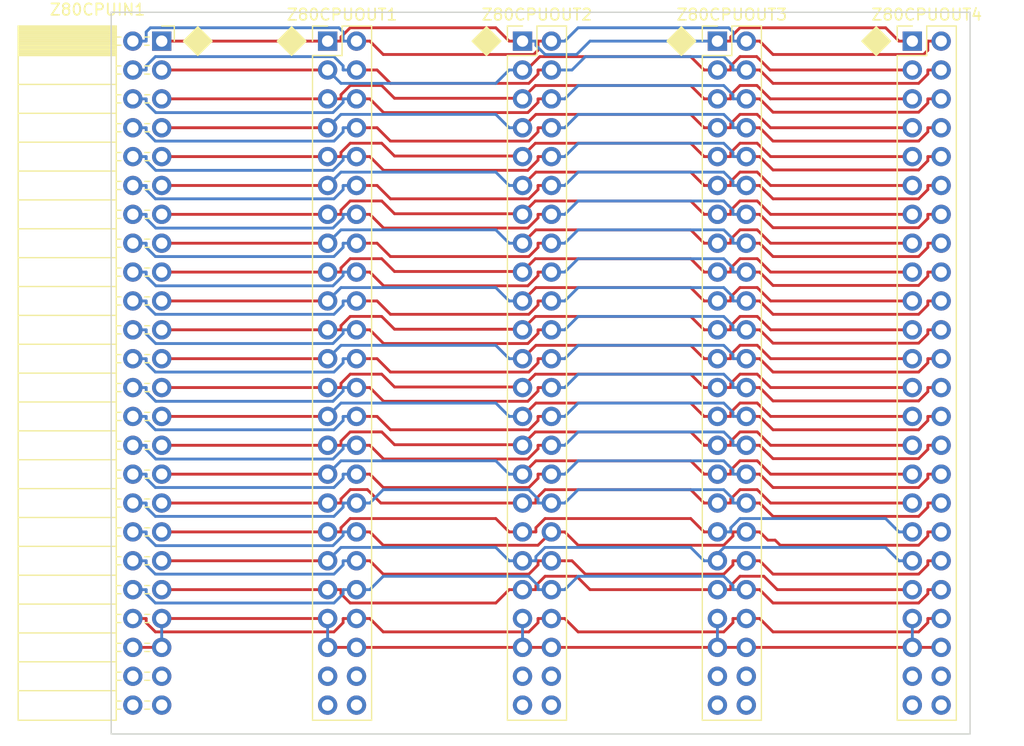
<source format=kicad_pcb>
(kicad_pcb (version 20171130) (host pcbnew "(5.1.4)-1")

  (general
    (thickness 1.6)
    (drawings 9)
    (tracks 898)
    (zones 0)
    (modules 5)
    (nets 63)
  )

  (page A4)
  (layers
    (0 F.Cu signal)
    (31 B.Cu signal)
    (32 B.Adhes user)
    (33 F.Adhes user)
    (34 B.Paste user)
    (35 F.Paste user)
    (36 B.SilkS user)
    (37 F.SilkS user)
    (38 B.Mask user)
    (39 F.Mask user)
    (40 Dwgs.User user)
    (41 Cmts.User user)
    (42 Eco1.User user)
    (43 Eco2.User user)
    (44 Edge.Cuts user)
    (45 Margin user)
    (46 B.CrtYd user)
    (47 F.CrtYd user)
    (48 B.Fab user)
    (49 F.Fab user)
  )

  (setup
    (last_trace_width 0.25)
    (trace_clearance 0.2)
    (zone_clearance 0.508)
    (zone_45_only no)
    (trace_min 0.2)
    (via_size 0.8)
    (via_drill 0.4)
    (via_min_size 0.4)
    (via_min_drill 0.3)
    (uvia_size 0.3)
    (uvia_drill 0.1)
    (uvias_allowed no)
    (uvia_min_size 0.2)
    (uvia_min_drill 0.1)
    (edge_width 0.05)
    (segment_width 0.2)
    (pcb_text_width 0.3)
    (pcb_text_size 1.5 1.5)
    (mod_edge_width 0.12)
    (mod_text_size 1 1)
    (mod_text_width 0.15)
    (pad_size 1.524 1.524)
    (pad_drill 0.762)
    (pad_to_mask_clearance 0.051)
    (solder_mask_min_width 0.25)
    (aux_axis_origin 0 0)
    (visible_elements 7FFFFFFF)
    (pcbplotparams
      (layerselection 0x010fc_ffffffff)
      (usegerberextensions false)
      (usegerberattributes false)
      (usegerberadvancedattributes false)
      (creategerberjobfile false)
      (excludeedgelayer true)
      (linewidth 0.100000)
      (plotframeref false)
      (viasonmask false)
      (mode 1)
      (useauxorigin false)
      (hpglpennumber 1)
      (hpglpenspeed 20)
      (hpglpendiameter 15.000000)
      (psnegative false)
      (psa4output false)
      (plotreference true)
      (plotvalue true)
      (plotinvisibletext false)
      (padsonsilk false)
      (subtractmaskfromsilk false)
      (outputformat 1)
      (mirror false)
      (drillshape 1)
      (scaleselection 1)
      (outputdirectory ""))
  )

  (net 0 "")
  (net 1 GND)
  (net 2 /~INT)
  (net 3 /~NMI)
  (net 4 /+9Vsm)
  (net 5 /~HALT)
  (net 6 /+5V)
  (net 7 /~MREQ)
  (net 8 /~CPUCLK)
  (net 9 /~IOREQ)
  (net 10 /A11)
  (net 11 /~RD)
  (net 12 /A12)
  (net 13 /~WR)
  (net 14 /A13)
  (net 15 /~BUSAK)
  (net 16 /A14)
  (net 17 /~WAIT)
  (net 18 /A15)
  (net 19 /~BUSRQ)
  (net 20 /DA4)
  (net 21 /~RESET)
  (net 22 /DA3)
  (net 23 /~M1)
  (net 24 /DA5)
  (net 25 /~REFSH)
  (net 26 /A2)
  (net 27 /A6)
  (net 28 /A10)
  (net 29 /A5)
  (net 30 /A9)
  (net 31 /A4)
  (net 32 /A8)
  (net 33 /A3)
  (net 34 /A7)
  (net 35 /A1)
  (net 36 /A0)
  (net 37 /DA0)
  (net 38 /DA1)
  (net 39 /DA2)
  (net 40 /DA6)
  (net 41 /DA7)
  (net 42 /~WE)
  (net 43 "Net-(Z80CPUIN1-Pad48)")
  (net 44 "Net-(Z80CPUIN1-Pad47)")
  (net 45 "Net-(Z80CPUIN1-Pad46)")
  (net 46 "Net-(Z80CPUIN1-Pad45)")
  (net 47 "Net-(Z80CPUOUT1-Pad48)")
  (net 48 "Net-(Z80CPUOUT1-Pad47)")
  (net 49 "Net-(Z80CPUOUT1-Pad46)")
  (net 50 "Net-(Z80CPUOUT1-Pad45)")
  (net 51 "Net-(Z80CPUOUT2-Pad48)")
  (net 52 "Net-(Z80CPUOUT2-Pad47)")
  (net 53 "Net-(Z80CPUOUT2-Pad46)")
  (net 54 "Net-(Z80CPUOUT2-Pad45)")
  (net 55 "Net-(Z80CPUOUT3-Pad48)")
  (net 56 "Net-(Z80CPUOUT3-Pad47)")
  (net 57 "Net-(Z80CPUOUT3-Pad46)")
  (net 58 "Net-(Z80CPUOUT3-Pad45)")
  (net 59 "Net-(Z80CPUOUT4-Pad48)")
  (net 60 "Net-(Z80CPUOUT4-Pad47)")
  (net 61 "Net-(Z80CPUOUT4-Pad46)")
  (net 62 "Net-(Z80CPUOUT4-Pad45)")

  (net_class Default "This is the default net class."
    (clearance 0.2)
    (trace_width 0.25)
    (via_dia 0.8)
    (via_drill 0.4)
    (uvia_dia 0.3)
    (uvia_drill 0.1)
    (add_net /+5V)
    (add_net /+9Vsm)
    (add_net /A0)
    (add_net /A1)
    (add_net /A10)
    (add_net /A11)
    (add_net /A12)
    (add_net /A13)
    (add_net /A14)
    (add_net /A15)
    (add_net /A2)
    (add_net /A3)
    (add_net /A4)
    (add_net /A5)
    (add_net /A6)
    (add_net /A7)
    (add_net /A8)
    (add_net /A9)
    (add_net /DA0)
    (add_net /DA1)
    (add_net /DA2)
    (add_net /DA3)
    (add_net /DA4)
    (add_net /DA5)
    (add_net /DA6)
    (add_net /DA7)
    (add_net /~BUSAK)
    (add_net /~BUSRQ)
    (add_net /~CPUCLK)
    (add_net /~HALT)
    (add_net /~INT)
    (add_net /~IOREQ)
    (add_net /~M1)
    (add_net /~MREQ)
    (add_net /~NMI)
    (add_net /~RD)
    (add_net /~REFSH)
    (add_net /~RESET)
    (add_net /~WAIT)
    (add_net /~WE)
    (add_net /~WR)
    (add_net GND)
    (add_net "Net-(Z80CPUIN1-Pad45)")
    (add_net "Net-(Z80CPUIN1-Pad46)")
    (add_net "Net-(Z80CPUIN1-Pad47)")
    (add_net "Net-(Z80CPUIN1-Pad48)")
    (add_net "Net-(Z80CPUOUT1-Pad45)")
    (add_net "Net-(Z80CPUOUT1-Pad46)")
    (add_net "Net-(Z80CPUOUT1-Pad47)")
    (add_net "Net-(Z80CPUOUT1-Pad48)")
    (add_net "Net-(Z80CPUOUT2-Pad45)")
    (add_net "Net-(Z80CPUOUT2-Pad46)")
    (add_net "Net-(Z80CPUOUT2-Pad47)")
    (add_net "Net-(Z80CPUOUT2-Pad48)")
    (add_net "Net-(Z80CPUOUT3-Pad45)")
    (add_net "Net-(Z80CPUOUT3-Pad46)")
    (add_net "Net-(Z80CPUOUT3-Pad47)")
    (add_net "Net-(Z80CPUOUT3-Pad48)")
    (add_net "Net-(Z80CPUOUT4-Pad45)")
    (add_net "Net-(Z80CPUOUT4-Pad46)")
    (add_net "Net-(Z80CPUOUT4-Pad47)")
    (add_net "Net-(Z80CPUOUT4-Pad48)")
  )

  (module Connector_PinHeader_2.54mm:PinHeader_2x24_P2.54mm_Vertical (layer F.Cu) (tedit 59FED5CC) (tstamp 5DC9107A)
    (at 133.985 66.04)
    (descr "Through hole straight pin header, 2x24, 2.54mm pitch, double rows")
    (tags "Through hole pin header THT 2x24 2.54mm double row")
    (path /5E18A53B)
    (fp_text reference Z80CPUOUT4 (at 1.27 -2.33) (layer F.SilkS)
      (effects (font (size 1 1) (thickness 0.15)))
    )
    (fp_text value Conn_02x24_Odd_Even (at 1.27 60.75) (layer F.Fab)
      (effects (font (size 1 1) (thickness 0.15)))
    )
    (fp_text user %R (at 1.27 29.21 90) (layer F.Fab)
      (effects (font (size 1 1) (thickness 0.15)))
    )
    (fp_line (start 4.35 -1.8) (end -1.8 -1.8) (layer F.CrtYd) (width 0.05))
    (fp_line (start 4.35 60.2) (end 4.35 -1.8) (layer F.CrtYd) (width 0.05))
    (fp_line (start -1.8 60.2) (end 4.35 60.2) (layer F.CrtYd) (width 0.05))
    (fp_line (start -1.8 -1.8) (end -1.8 60.2) (layer F.CrtYd) (width 0.05))
    (fp_line (start -1.33 -1.33) (end 0 -1.33) (layer F.SilkS) (width 0.12))
    (fp_line (start -1.33 0) (end -1.33 -1.33) (layer F.SilkS) (width 0.12))
    (fp_line (start 1.27 -1.33) (end 3.87 -1.33) (layer F.SilkS) (width 0.12))
    (fp_line (start 1.27 1.27) (end 1.27 -1.33) (layer F.SilkS) (width 0.12))
    (fp_line (start -1.33 1.27) (end 1.27 1.27) (layer F.SilkS) (width 0.12))
    (fp_line (start 3.87 -1.33) (end 3.87 59.75) (layer F.SilkS) (width 0.12))
    (fp_line (start -1.33 1.27) (end -1.33 59.75) (layer F.SilkS) (width 0.12))
    (fp_line (start -1.33 59.75) (end 3.87 59.75) (layer F.SilkS) (width 0.12))
    (fp_line (start -1.27 0) (end 0 -1.27) (layer F.Fab) (width 0.1))
    (fp_line (start -1.27 59.69) (end -1.27 0) (layer F.Fab) (width 0.1))
    (fp_line (start 3.81 59.69) (end -1.27 59.69) (layer F.Fab) (width 0.1))
    (fp_line (start 3.81 -1.27) (end 3.81 59.69) (layer F.Fab) (width 0.1))
    (fp_line (start 0 -1.27) (end 3.81 -1.27) (layer F.Fab) (width 0.1))
    (pad 48 thru_hole oval (at 2.54 58.42) (size 1.7 1.7) (drill 1) (layers *.Cu *.Mask)
      (net 59 "Net-(Z80CPUOUT4-Pad48)"))
    (pad 47 thru_hole oval (at 0 58.42) (size 1.7 1.7) (drill 1) (layers *.Cu *.Mask)
      (net 60 "Net-(Z80CPUOUT4-Pad47)"))
    (pad 46 thru_hole oval (at 2.54 55.88) (size 1.7 1.7) (drill 1) (layers *.Cu *.Mask)
      (net 61 "Net-(Z80CPUOUT4-Pad46)"))
    (pad 45 thru_hole oval (at 0 55.88) (size 1.7 1.7) (drill 1) (layers *.Cu *.Mask)
      (net 62 "Net-(Z80CPUOUT4-Pad45)"))
    (pad 44 thru_hole oval (at 2.54 53.34) (size 1.7 1.7) (drill 1) (layers *.Cu *.Mask)
      (net 1 GND))
    (pad 43 thru_hole oval (at 0 53.34) (size 1.7 1.7) (drill 1) (layers *.Cu *.Mask)
      (net 1 GND))
    (pad 42 thru_hole oval (at 2.54 50.8) (size 1.7 1.7) (drill 1) (layers *.Cu *.Mask)
      (net 2 /~INT))
    (pad 41 thru_hole oval (at 0 50.8) (size 1.7 1.7) (drill 1) (layers *.Cu *.Mask)
      (net 1 GND))
    (pad 40 thru_hole oval (at 2.54 48.26) (size 1.7 1.7) (drill 1) (layers *.Cu *.Mask)
      (net 3 /~NMI))
    (pad 39 thru_hole oval (at 0 48.26) (size 1.7 1.7) (drill 1) (layers *.Cu *.Mask)
      (net 4 /+9Vsm))
    (pad 38 thru_hole oval (at 2.54 45.72) (size 1.7 1.7) (drill 1) (layers *.Cu *.Mask)
      (net 5 /~HALT))
    (pad 37 thru_hole oval (at 0 45.72) (size 1.7 1.7) (drill 1) (layers *.Cu *.Mask)
      (net 6 /+5V))
    (pad 36 thru_hole oval (at 2.54 43.18) (size 1.7 1.7) (drill 1) (layers *.Cu *.Mask)
      (net 7 /~MREQ))
    (pad 35 thru_hole oval (at 0 43.18) (size 1.7 1.7) (drill 1) (layers *.Cu *.Mask)
      (net 8 /~CPUCLK))
    (pad 34 thru_hole oval (at 2.54 40.64) (size 1.7 1.7) (drill 1) (layers *.Cu *.Mask)
      (net 9 /~IOREQ))
    (pad 33 thru_hole oval (at 0 40.64) (size 1.7 1.7) (drill 1) (layers *.Cu *.Mask)
      (net 10 /A11))
    (pad 32 thru_hole oval (at 2.54 38.1) (size 1.7 1.7) (drill 1) (layers *.Cu *.Mask)
      (net 11 /~RD))
    (pad 31 thru_hole oval (at 0 38.1) (size 1.7 1.7) (drill 1) (layers *.Cu *.Mask)
      (net 12 /A12))
    (pad 30 thru_hole oval (at 2.54 35.56) (size 1.7 1.7) (drill 1) (layers *.Cu *.Mask)
      (net 13 /~WR))
    (pad 29 thru_hole oval (at 0 35.56) (size 1.7 1.7) (drill 1) (layers *.Cu *.Mask)
      (net 14 /A13))
    (pad 28 thru_hole oval (at 2.54 33.02) (size 1.7 1.7) (drill 1) (layers *.Cu *.Mask)
      (net 15 /~BUSAK))
    (pad 27 thru_hole oval (at 0 33.02) (size 1.7 1.7) (drill 1) (layers *.Cu *.Mask)
      (net 16 /A14))
    (pad 26 thru_hole oval (at 2.54 30.48) (size 1.7 1.7) (drill 1) (layers *.Cu *.Mask)
      (net 17 /~WAIT))
    (pad 25 thru_hole oval (at 0 30.48) (size 1.7 1.7) (drill 1) (layers *.Cu *.Mask)
      (net 18 /A15))
    (pad 24 thru_hole oval (at 2.54 27.94) (size 1.7 1.7) (drill 1) (layers *.Cu *.Mask)
      (net 19 /~BUSRQ))
    (pad 23 thru_hole oval (at 0 27.94) (size 1.7 1.7) (drill 1) (layers *.Cu *.Mask)
      (net 20 /DA4))
    (pad 22 thru_hole oval (at 2.54 25.4) (size 1.7 1.7) (drill 1) (layers *.Cu *.Mask)
      (net 21 /~RESET))
    (pad 21 thru_hole oval (at 0 25.4) (size 1.7 1.7) (drill 1) (layers *.Cu *.Mask)
      (net 22 /DA3))
    (pad 20 thru_hole oval (at 2.54 22.86) (size 1.7 1.7) (drill 1) (layers *.Cu *.Mask)
      (net 23 /~M1))
    (pad 19 thru_hole oval (at 0 22.86) (size 1.7 1.7) (drill 1) (layers *.Cu *.Mask)
      (net 24 /DA5))
    (pad 18 thru_hole oval (at 2.54 20.32) (size 1.7 1.7) (drill 1) (layers *.Cu *.Mask)
      (net 25 /~REFSH))
    (pad 17 thru_hole oval (at 0 20.32) (size 1.7 1.7) (drill 1) (layers *.Cu *.Mask)
      (net 26 /A2))
    (pad 16 thru_hole oval (at 2.54 17.78) (size 1.7 1.7) (drill 1) (layers *.Cu *.Mask)
      (net 27 /A6))
    (pad 15 thru_hole oval (at 0 17.78) (size 1.7 1.7) (drill 1) (layers *.Cu *.Mask)
      (net 28 /A10))
    (pad 14 thru_hole oval (at 2.54 15.24) (size 1.7 1.7) (drill 1) (layers *.Cu *.Mask)
      (net 29 /A5))
    (pad 13 thru_hole oval (at 0 15.24) (size 1.7 1.7) (drill 1) (layers *.Cu *.Mask)
      (net 30 /A9))
    (pad 12 thru_hole oval (at 2.54 12.7) (size 1.7 1.7) (drill 1) (layers *.Cu *.Mask)
      (net 31 /A4))
    (pad 11 thru_hole oval (at 0 12.7) (size 1.7 1.7) (drill 1) (layers *.Cu *.Mask)
      (net 32 /A8))
    (pad 10 thru_hole oval (at 2.54 10.16) (size 1.7 1.7) (drill 1) (layers *.Cu *.Mask)
      (net 33 /A3))
    (pad 9 thru_hole oval (at 0 10.16) (size 1.7 1.7) (drill 1) (layers *.Cu *.Mask)
      (net 34 /A7))
    (pad 8 thru_hole oval (at 2.54 7.62) (size 1.7 1.7) (drill 1) (layers *.Cu *.Mask)
      (net 35 /A1))
    (pad 7 thru_hole oval (at 0 7.62) (size 1.7 1.7) (drill 1) (layers *.Cu *.Mask)
      (net 36 /A0))
    (pad 6 thru_hole oval (at 2.54 5.08) (size 1.7 1.7) (drill 1) (layers *.Cu *.Mask)
      (net 37 /DA0))
    (pad 5 thru_hole oval (at 0 5.08) (size 1.7 1.7) (drill 1) (layers *.Cu *.Mask)
      (net 38 /DA1))
    (pad 4 thru_hole oval (at 2.54 2.54) (size 1.7 1.7) (drill 1) (layers *.Cu *.Mask)
      (net 39 /DA2))
    (pad 3 thru_hole oval (at 0 2.54) (size 1.7 1.7) (drill 1) (layers *.Cu *.Mask)
      (net 40 /DA6))
    (pad 2 thru_hole oval (at 2.54 0) (size 1.7 1.7) (drill 1) (layers *.Cu *.Mask)
      (net 41 /DA7))
    (pad 1 thru_hole rect (at 0 0) (size 1.7 1.7) (drill 1) (layers *.Cu *.Mask)
      (net 42 /~WE))
    (model ${KISYS3DMOD}/Connector_PinHeader_2.54mm.3dshapes/PinHeader_2x24_P2.54mm_Vertical.wrl
      (at (xyz 0 0 0))
      (scale (xyz 1 1 1))
      (rotate (xyz 0 0 0))
    )
  )

  (module Connector_PinHeader_2.54mm:PinHeader_2x24_P2.54mm_Vertical (layer F.Cu) (tedit 59FED5CC) (tstamp 5DC91034)
    (at 116.838 66.04)
    (descr "Through hole straight pin header, 2x24, 2.54mm pitch, double rows")
    (tags "Through hole pin header THT 2x24 2.54mm double row")
    (path /5E18A4B5)
    (fp_text reference Z80CPUOUT3 (at 1.27 -2.33) (layer F.SilkS)
      (effects (font (size 1 1) (thickness 0.15)))
    )
    (fp_text value Conn_02x24_Odd_Even (at 1.27 60.75) (layer F.Fab)
      (effects (font (size 1 1) (thickness 0.15)))
    )
    (fp_text user %R (at 1.27 29.21 90) (layer F.Fab)
      (effects (font (size 1 1) (thickness 0.15)))
    )
    (fp_line (start 4.35 -1.8) (end -1.8 -1.8) (layer F.CrtYd) (width 0.05))
    (fp_line (start 4.35 60.2) (end 4.35 -1.8) (layer F.CrtYd) (width 0.05))
    (fp_line (start -1.8 60.2) (end 4.35 60.2) (layer F.CrtYd) (width 0.05))
    (fp_line (start -1.8 -1.8) (end -1.8 60.2) (layer F.CrtYd) (width 0.05))
    (fp_line (start -1.33 -1.33) (end 0 -1.33) (layer F.SilkS) (width 0.12))
    (fp_line (start -1.33 0) (end -1.33 -1.33) (layer F.SilkS) (width 0.12))
    (fp_line (start 1.27 -1.33) (end 3.87 -1.33) (layer F.SilkS) (width 0.12))
    (fp_line (start 1.27 1.27) (end 1.27 -1.33) (layer F.SilkS) (width 0.12))
    (fp_line (start -1.33 1.27) (end 1.27 1.27) (layer F.SilkS) (width 0.12))
    (fp_line (start 3.87 -1.33) (end 3.87 59.75) (layer F.SilkS) (width 0.12))
    (fp_line (start -1.33 1.27) (end -1.33 59.75) (layer F.SilkS) (width 0.12))
    (fp_line (start -1.33 59.75) (end 3.87 59.75) (layer F.SilkS) (width 0.12))
    (fp_line (start -1.27 0) (end 0 -1.27) (layer F.Fab) (width 0.1))
    (fp_line (start -1.27 59.69) (end -1.27 0) (layer F.Fab) (width 0.1))
    (fp_line (start 3.81 59.69) (end -1.27 59.69) (layer F.Fab) (width 0.1))
    (fp_line (start 3.81 -1.27) (end 3.81 59.69) (layer F.Fab) (width 0.1))
    (fp_line (start 0 -1.27) (end 3.81 -1.27) (layer F.Fab) (width 0.1))
    (pad 48 thru_hole oval (at 2.54 58.42) (size 1.7 1.7) (drill 1) (layers *.Cu *.Mask)
      (net 55 "Net-(Z80CPUOUT3-Pad48)"))
    (pad 47 thru_hole oval (at 0 58.42) (size 1.7 1.7) (drill 1) (layers *.Cu *.Mask)
      (net 56 "Net-(Z80CPUOUT3-Pad47)"))
    (pad 46 thru_hole oval (at 2.54 55.88) (size 1.7 1.7) (drill 1) (layers *.Cu *.Mask)
      (net 57 "Net-(Z80CPUOUT3-Pad46)"))
    (pad 45 thru_hole oval (at 0 55.88) (size 1.7 1.7) (drill 1) (layers *.Cu *.Mask)
      (net 58 "Net-(Z80CPUOUT3-Pad45)"))
    (pad 44 thru_hole oval (at 2.54 53.34) (size 1.7 1.7) (drill 1) (layers *.Cu *.Mask)
      (net 1 GND))
    (pad 43 thru_hole oval (at 0 53.34) (size 1.7 1.7) (drill 1) (layers *.Cu *.Mask)
      (net 1 GND))
    (pad 42 thru_hole oval (at 2.54 50.8) (size 1.7 1.7) (drill 1) (layers *.Cu *.Mask)
      (net 2 /~INT))
    (pad 41 thru_hole oval (at 0 50.8) (size 1.7 1.7) (drill 1) (layers *.Cu *.Mask)
      (net 1 GND))
    (pad 40 thru_hole oval (at 2.54 48.26) (size 1.7 1.7) (drill 1) (layers *.Cu *.Mask)
      (net 3 /~NMI))
    (pad 39 thru_hole oval (at 0 48.26) (size 1.7 1.7) (drill 1) (layers *.Cu *.Mask)
      (net 4 /+9Vsm))
    (pad 38 thru_hole oval (at 2.54 45.72) (size 1.7 1.7) (drill 1) (layers *.Cu *.Mask)
      (net 5 /~HALT))
    (pad 37 thru_hole oval (at 0 45.72) (size 1.7 1.7) (drill 1) (layers *.Cu *.Mask)
      (net 6 /+5V))
    (pad 36 thru_hole oval (at 2.54 43.18) (size 1.7 1.7) (drill 1) (layers *.Cu *.Mask)
      (net 7 /~MREQ))
    (pad 35 thru_hole oval (at 0 43.18) (size 1.7 1.7) (drill 1) (layers *.Cu *.Mask)
      (net 8 /~CPUCLK))
    (pad 34 thru_hole oval (at 2.54 40.64) (size 1.7 1.7) (drill 1) (layers *.Cu *.Mask)
      (net 9 /~IOREQ))
    (pad 33 thru_hole oval (at 0 40.64) (size 1.7 1.7) (drill 1) (layers *.Cu *.Mask)
      (net 10 /A11))
    (pad 32 thru_hole oval (at 2.54 38.1) (size 1.7 1.7) (drill 1) (layers *.Cu *.Mask)
      (net 11 /~RD))
    (pad 31 thru_hole oval (at 0 38.1) (size 1.7 1.7) (drill 1) (layers *.Cu *.Mask)
      (net 12 /A12))
    (pad 30 thru_hole oval (at 2.54 35.56) (size 1.7 1.7) (drill 1) (layers *.Cu *.Mask)
      (net 13 /~WR))
    (pad 29 thru_hole oval (at 0 35.56) (size 1.7 1.7) (drill 1) (layers *.Cu *.Mask)
      (net 14 /A13))
    (pad 28 thru_hole oval (at 2.54 33.02) (size 1.7 1.7) (drill 1) (layers *.Cu *.Mask)
      (net 15 /~BUSAK))
    (pad 27 thru_hole oval (at 0 33.02) (size 1.7 1.7) (drill 1) (layers *.Cu *.Mask)
      (net 16 /A14))
    (pad 26 thru_hole oval (at 2.54 30.48) (size 1.7 1.7) (drill 1) (layers *.Cu *.Mask)
      (net 17 /~WAIT))
    (pad 25 thru_hole oval (at 0 30.48) (size 1.7 1.7) (drill 1) (layers *.Cu *.Mask)
      (net 18 /A15))
    (pad 24 thru_hole oval (at 2.54 27.94) (size 1.7 1.7) (drill 1) (layers *.Cu *.Mask)
      (net 19 /~BUSRQ))
    (pad 23 thru_hole oval (at 0 27.94) (size 1.7 1.7) (drill 1) (layers *.Cu *.Mask)
      (net 20 /DA4))
    (pad 22 thru_hole oval (at 2.54 25.4) (size 1.7 1.7) (drill 1) (layers *.Cu *.Mask)
      (net 21 /~RESET))
    (pad 21 thru_hole oval (at 0 25.4) (size 1.7 1.7) (drill 1) (layers *.Cu *.Mask)
      (net 22 /DA3))
    (pad 20 thru_hole oval (at 2.54 22.86) (size 1.7 1.7) (drill 1) (layers *.Cu *.Mask)
      (net 23 /~M1))
    (pad 19 thru_hole oval (at 0 22.86) (size 1.7 1.7) (drill 1) (layers *.Cu *.Mask)
      (net 24 /DA5))
    (pad 18 thru_hole oval (at 2.54 20.32) (size 1.7 1.7) (drill 1) (layers *.Cu *.Mask)
      (net 25 /~REFSH))
    (pad 17 thru_hole oval (at 0 20.32) (size 1.7 1.7) (drill 1) (layers *.Cu *.Mask)
      (net 26 /A2))
    (pad 16 thru_hole oval (at 2.54 17.78) (size 1.7 1.7) (drill 1) (layers *.Cu *.Mask)
      (net 27 /A6))
    (pad 15 thru_hole oval (at 0 17.78) (size 1.7 1.7) (drill 1) (layers *.Cu *.Mask)
      (net 28 /A10))
    (pad 14 thru_hole oval (at 2.54 15.24) (size 1.7 1.7) (drill 1) (layers *.Cu *.Mask)
      (net 29 /A5))
    (pad 13 thru_hole oval (at 0 15.24) (size 1.7 1.7) (drill 1) (layers *.Cu *.Mask)
      (net 30 /A9))
    (pad 12 thru_hole oval (at 2.54 12.7) (size 1.7 1.7) (drill 1) (layers *.Cu *.Mask)
      (net 31 /A4))
    (pad 11 thru_hole oval (at 0 12.7) (size 1.7 1.7) (drill 1) (layers *.Cu *.Mask)
      (net 32 /A8))
    (pad 10 thru_hole oval (at 2.54 10.16) (size 1.7 1.7) (drill 1) (layers *.Cu *.Mask)
      (net 33 /A3))
    (pad 9 thru_hole oval (at 0 10.16) (size 1.7 1.7) (drill 1) (layers *.Cu *.Mask)
      (net 34 /A7))
    (pad 8 thru_hole oval (at 2.54 7.62) (size 1.7 1.7) (drill 1) (layers *.Cu *.Mask)
      (net 35 /A1))
    (pad 7 thru_hole oval (at 0 7.62) (size 1.7 1.7) (drill 1) (layers *.Cu *.Mask)
      (net 36 /A0))
    (pad 6 thru_hole oval (at 2.54 5.08) (size 1.7 1.7) (drill 1) (layers *.Cu *.Mask)
      (net 37 /DA0))
    (pad 5 thru_hole oval (at 0 5.08) (size 1.7 1.7) (drill 1) (layers *.Cu *.Mask)
      (net 38 /DA1))
    (pad 4 thru_hole oval (at 2.54 2.54) (size 1.7 1.7) (drill 1) (layers *.Cu *.Mask)
      (net 39 /DA2))
    (pad 3 thru_hole oval (at 0 2.54) (size 1.7 1.7) (drill 1) (layers *.Cu *.Mask)
      (net 40 /DA6))
    (pad 2 thru_hole oval (at 2.54 0) (size 1.7 1.7) (drill 1) (layers *.Cu *.Mask)
      (net 41 /DA7))
    (pad 1 thru_hole rect (at 0 0) (size 1.7 1.7) (drill 1) (layers *.Cu *.Mask)
      (net 42 /~WE))
    (model ${KISYS3DMOD}/Connector_PinHeader_2.54mm.3dshapes/PinHeader_2x24_P2.54mm_Vertical.wrl
      (at (xyz 0 0 0))
      (scale (xyz 1 1 1))
      (rotate (xyz 0 0 0))
    )
  )

  (module Connector_PinHeader_2.54mm:PinHeader_2x24_P2.54mm_Vertical (layer F.Cu) (tedit 59FED5CC) (tstamp 5DC90FEE)
    (at 99.69 66.04)
    (descr "Through hole straight pin header, 2x24, 2.54mm pitch, double rows")
    (tags "Through hole pin header THT 2x24 2.54mm double row")
    (path /5E17C385)
    (fp_text reference Z80CPUOUT2 (at 1.27 -2.33) (layer F.SilkS)
      (effects (font (size 1 1) (thickness 0.15)))
    )
    (fp_text value Conn_02x24_Odd_Even (at 1.27 60.75) (layer F.Fab)
      (effects (font (size 1 1) (thickness 0.15)))
    )
    (fp_text user %R (at 1.27 29.21 90) (layer F.Fab)
      (effects (font (size 1 1) (thickness 0.15)))
    )
    (fp_line (start 4.35 -1.8) (end -1.8 -1.8) (layer F.CrtYd) (width 0.05))
    (fp_line (start 4.35 60.2) (end 4.35 -1.8) (layer F.CrtYd) (width 0.05))
    (fp_line (start -1.8 60.2) (end 4.35 60.2) (layer F.CrtYd) (width 0.05))
    (fp_line (start -1.8 -1.8) (end -1.8 60.2) (layer F.CrtYd) (width 0.05))
    (fp_line (start -1.33 -1.33) (end 0 -1.33) (layer F.SilkS) (width 0.12))
    (fp_line (start -1.33 0) (end -1.33 -1.33) (layer F.SilkS) (width 0.12))
    (fp_line (start 1.27 -1.33) (end 3.87 -1.33) (layer F.SilkS) (width 0.12))
    (fp_line (start 1.27 1.27) (end 1.27 -1.33) (layer F.SilkS) (width 0.12))
    (fp_line (start -1.33 1.27) (end 1.27 1.27) (layer F.SilkS) (width 0.12))
    (fp_line (start 3.87 -1.33) (end 3.87 59.75) (layer F.SilkS) (width 0.12))
    (fp_line (start -1.33 1.27) (end -1.33 59.75) (layer F.SilkS) (width 0.12))
    (fp_line (start -1.33 59.75) (end 3.87 59.75) (layer F.SilkS) (width 0.12))
    (fp_line (start -1.27 0) (end 0 -1.27) (layer F.Fab) (width 0.1))
    (fp_line (start -1.27 59.69) (end -1.27 0) (layer F.Fab) (width 0.1))
    (fp_line (start 3.81 59.69) (end -1.27 59.69) (layer F.Fab) (width 0.1))
    (fp_line (start 3.81 -1.27) (end 3.81 59.69) (layer F.Fab) (width 0.1))
    (fp_line (start 0 -1.27) (end 3.81 -1.27) (layer F.Fab) (width 0.1))
    (pad 48 thru_hole oval (at 2.54 58.42) (size 1.7 1.7) (drill 1) (layers *.Cu *.Mask)
      (net 51 "Net-(Z80CPUOUT2-Pad48)"))
    (pad 47 thru_hole oval (at 0 58.42) (size 1.7 1.7) (drill 1) (layers *.Cu *.Mask)
      (net 52 "Net-(Z80CPUOUT2-Pad47)"))
    (pad 46 thru_hole oval (at 2.54 55.88) (size 1.7 1.7) (drill 1) (layers *.Cu *.Mask)
      (net 53 "Net-(Z80CPUOUT2-Pad46)"))
    (pad 45 thru_hole oval (at 0 55.88) (size 1.7 1.7) (drill 1) (layers *.Cu *.Mask)
      (net 54 "Net-(Z80CPUOUT2-Pad45)"))
    (pad 44 thru_hole oval (at 2.54 53.34) (size 1.7 1.7) (drill 1) (layers *.Cu *.Mask)
      (net 1 GND))
    (pad 43 thru_hole oval (at 0 53.34) (size 1.7 1.7) (drill 1) (layers *.Cu *.Mask)
      (net 1 GND))
    (pad 42 thru_hole oval (at 2.54 50.8) (size 1.7 1.7) (drill 1) (layers *.Cu *.Mask)
      (net 2 /~INT))
    (pad 41 thru_hole oval (at 0 50.8) (size 1.7 1.7) (drill 1) (layers *.Cu *.Mask)
      (net 1 GND))
    (pad 40 thru_hole oval (at 2.54 48.26) (size 1.7 1.7) (drill 1) (layers *.Cu *.Mask)
      (net 3 /~NMI))
    (pad 39 thru_hole oval (at 0 48.26) (size 1.7 1.7) (drill 1) (layers *.Cu *.Mask)
      (net 4 /+9Vsm))
    (pad 38 thru_hole oval (at 2.54 45.72) (size 1.7 1.7) (drill 1) (layers *.Cu *.Mask)
      (net 5 /~HALT))
    (pad 37 thru_hole oval (at 0 45.72) (size 1.7 1.7) (drill 1) (layers *.Cu *.Mask)
      (net 6 /+5V))
    (pad 36 thru_hole oval (at 2.54 43.18) (size 1.7 1.7) (drill 1) (layers *.Cu *.Mask)
      (net 7 /~MREQ))
    (pad 35 thru_hole oval (at 0 43.18) (size 1.7 1.7) (drill 1) (layers *.Cu *.Mask)
      (net 8 /~CPUCLK))
    (pad 34 thru_hole oval (at 2.54 40.64) (size 1.7 1.7) (drill 1) (layers *.Cu *.Mask)
      (net 9 /~IOREQ))
    (pad 33 thru_hole oval (at 0 40.64) (size 1.7 1.7) (drill 1) (layers *.Cu *.Mask)
      (net 10 /A11))
    (pad 32 thru_hole oval (at 2.54 38.1) (size 1.7 1.7) (drill 1) (layers *.Cu *.Mask)
      (net 11 /~RD))
    (pad 31 thru_hole oval (at 0 38.1) (size 1.7 1.7) (drill 1) (layers *.Cu *.Mask)
      (net 12 /A12))
    (pad 30 thru_hole oval (at 2.54 35.56) (size 1.7 1.7) (drill 1) (layers *.Cu *.Mask)
      (net 13 /~WR))
    (pad 29 thru_hole oval (at 0 35.56) (size 1.7 1.7) (drill 1) (layers *.Cu *.Mask)
      (net 14 /A13))
    (pad 28 thru_hole oval (at 2.54 33.02) (size 1.7 1.7) (drill 1) (layers *.Cu *.Mask)
      (net 15 /~BUSAK))
    (pad 27 thru_hole oval (at 0 33.02) (size 1.7 1.7) (drill 1) (layers *.Cu *.Mask)
      (net 16 /A14))
    (pad 26 thru_hole oval (at 2.54 30.48) (size 1.7 1.7) (drill 1) (layers *.Cu *.Mask)
      (net 17 /~WAIT))
    (pad 25 thru_hole oval (at 0 30.48) (size 1.7 1.7) (drill 1) (layers *.Cu *.Mask)
      (net 18 /A15))
    (pad 24 thru_hole oval (at 2.54 27.94) (size 1.7 1.7) (drill 1) (layers *.Cu *.Mask)
      (net 19 /~BUSRQ))
    (pad 23 thru_hole oval (at 0 27.94) (size 1.7 1.7) (drill 1) (layers *.Cu *.Mask)
      (net 20 /DA4))
    (pad 22 thru_hole oval (at 2.54 25.4) (size 1.7 1.7) (drill 1) (layers *.Cu *.Mask)
      (net 21 /~RESET))
    (pad 21 thru_hole oval (at 0 25.4) (size 1.7 1.7) (drill 1) (layers *.Cu *.Mask)
      (net 22 /DA3))
    (pad 20 thru_hole oval (at 2.54 22.86) (size 1.7 1.7) (drill 1) (layers *.Cu *.Mask)
      (net 23 /~M1))
    (pad 19 thru_hole oval (at 0 22.86) (size 1.7 1.7) (drill 1) (layers *.Cu *.Mask)
      (net 24 /DA5))
    (pad 18 thru_hole oval (at 2.54 20.32) (size 1.7 1.7) (drill 1) (layers *.Cu *.Mask)
      (net 25 /~REFSH))
    (pad 17 thru_hole oval (at 0 20.32) (size 1.7 1.7) (drill 1) (layers *.Cu *.Mask)
      (net 26 /A2))
    (pad 16 thru_hole oval (at 2.54 17.78) (size 1.7 1.7) (drill 1) (layers *.Cu *.Mask)
      (net 27 /A6))
    (pad 15 thru_hole oval (at 0 17.78) (size 1.7 1.7) (drill 1) (layers *.Cu *.Mask)
      (net 28 /A10))
    (pad 14 thru_hole oval (at 2.54 15.24) (size 1.7 1.7) (drill 1) (layers *.Cu *.Mask)
      (net 29 /A5))
    (pad 13 thru_hole oval (at 0 15.24) (size 1.7 1.7) (drill 1) (layers *.Cu *.Mask)
      (net 30 /A9))
    (pad 12 thru_hole oval (at 2.54 12.7) (size 1.7 1.7) (drill 1) (layers *.Cu *.Mask)
      (net 31 /A4))
    (pad 11 thru_hole oval (at 0 12.7) (size 1.7 1.7) (drill 1) (layers *.Cu *.Mask)
      (net 32 /A8))
    (pad 10 thru_hole oval (at 2.54 10.16) (size 1.7 1.7) (drill 1) (layers *.Cu *.Mask)
      (net 33 /A3))
    (pad 9 thru_hole oval (at 0 10.16) (size 1.7 1.7) (drill 1) (layers *.Cu *.Mask)
      (net 34 /A7))
    (pad 8 thru_hole oval (at 2.54 7.62) (size 1.7 1.7) (drill 1) (layers *.Cu *.Mask)
      (net 35 /A1))
    (pad 7 thru_hole oval (at 0 7.62) (size 1.7 1.7) (drill 1) (layers *.Cu *.Mask)
      (net 36 /A0))
    (pad 6 thru_hole oval (at 2.54 5.08) (size 1.7 1.7) (drill 1) (layers *.Cu *.Mask)
      (net 37 /DA0))
    (pad 5 thru_hole oval (at 0 5.08) (size 1.7 1.7) (drill 1) (layers *.Cu *.Mask)
      (net 38 /DA1))
    (pad 4 thru_hole oval (at 2.54 2.54) (size 1.7 1.7) (drill 1) (layers *.Cu *.Mask)
      (net 39 /DA2))
    (pad 3 thru_hole oval (at 0 2.54) (size 1.7 1.7) (drill 1) (layers *.Cu *.Mask)
      (net 40 /DA6))
    (pad 2 thru_hole oval (at 2.54 0) (size 1.7 1.7) (drill 1) (layers *.Cu *.Mask)
      (net 41 /DA7))
    (pad 1 thru_hole rect (at 0 0) (size 1.7 1.7) (drill 1) (layers *.Cu *.Mask)
      (net 42 /~WE))
    (model ${KISYS3DMOD}/Connector_PinHeader_2.54mm.3dshapes/PinHeader_2x24_P2.54mm_Vertical.wrl
      (at (xyz 0 0 0))
      (scale (xyz 1 1 1))
      (rotate (xyz 0 0 0))
    )
  )

  (module Connector_PinHeader_2.54mm:PinHeader_2x24_P2.54mm_Vertical (layer F.Cu) (tedit 59FED5CC) (tstamp 5DC90FA8)
    (at 82.5425 66.04)
    (descr "Through hole straight pin header, 2x24, 2.54mm pitch, double rows")
    (tags "Through hole pin header THT 2x24 2.54mm double row")
    (path /5E172B63)
    (fp_text reference Z80CPUOUT1 (at 1.27 -2.33) (layer F.SilkS)
      (effects (font (size 1 1) (thickness 0.15)))
    )
    (fp_text value Conn_02x24_Odd_Even (at 1.27 60.75) (layer F.Fab)
      (effects (font (size 1 1) (thickness 0.15)))
    )
    (fp_text user %R (at 1.27 29.21 90) (layer F.Fab)
      (effects (font (size 1 1) (thickness 0.15)))
    )
    (fp_line (start 4.35 -1.8) (end -1.8 -1.8) (layer F.CrtYd) (width 0.05))
    (fp_line (start 4.35 60.2) (end 4.35 -1.8) (layer F.CrtYd) (width 0.05))
    (fp_line (start -1.8 60.2) (end 4.35 60.2) (layer F.CrtYd) (width 0.05))
    (fp_line (start -1.8 -1.8) (end -1.8 60.2) (layer F.CrtYd) (width 0.05))
    (fp_line (start -1.33 -1.33) (end 0 -1.33) (layer F.SilkS) (width 0.12))
    (fp_line (start -1.33 0) (end -1.33 -1.33) (layer F.SilkS) (width 0.12))
    (fp_line (start 1.27 -1.33) (end 3.87 -1.33) (layer F.SilkS) (width 0.12))
    (fp_line (start 1.27 1.27) (end 1.27 -1.33) (layer F.SilkS) (width 0.12))
    (fp_line (start -1.33 1.27) (end 1.27 1.27) (layer F.SilkS) (width 0.12))
    (fp_line (start 3.87 -1.33) (end 3.87 59.75) (layer F.SilkS) (width 0.12))
    (fp_line (start -1.33 1.27) (end -1.33 59.75) (layer F.SilkS) (width 0.12))
    (fp_line (start -1.33 59.75) (end 3.87 59.75) (layer F.SilkS) (width 0.12))
    (fp_line (start -1.27 0) (end 0 -1.27) (layer F.Fab) (width 0.1))
    (fp_line (start -1.27 59.69) (end -1.27 0) (layer F.Fab) (width 0.1))
    (fp_line (start 3.81 59.69) (end -1.27 59.69) (layer F.Fab) (width 0.1))
    (fp_line (start 3.81 -1.27) (end 3.81 59.69) (layer F.Fab) (width 0.1))
    (fp_line (start 0 -1.27) (end 3.81 -1.27) (layer F.Fab) (width 0.1))
    (pad 48 thru_hole oval (at 2.54 58.42) (size 1.7 1.7) (drill 1) (layers *.Cu *.Mask)
      (net 47 "Net-(Z80CPUOUT1-Pad48)"))
    (pad 47 thru_hole oval (at 0 58.42) (size 1.7 1.7) (drill 1) (layers *.Cu *.Mask)
      (net 48 "Net-(Z80CPUOUT1-Pad47)"))
    (pad 46 thru_hole oval (at 2.54 55.88) (size 1.7 1.7) (drill 1) (layers *.Cu *.Mask)
      (net 49 "Net-(Z80CPUOUT1-Pad46)"))
    (pad 45 thru_hole oval (at 0 55.88) (size 1.7 1.7) (drill 1) (layers *.Cu *.Mask)
      (net 50 "Net-(Z80CPUOUT1-Pad45)"))
    (pad 44 thru_hole oval (at 2.54 53.34) (size 1.7 1.7) (drill 1) (layers *.Cu *.Mask)
      (net 1 GND))
    (pad 43 thru_hole oval (at 0 53.34) (size 1.7 1.7) (drill 1) (layers *.Cu *.Mask)
      (net 1 GND))
    (pad 42 thru_hole oval (at 2.54 50.8) (size 1.7 1.7) (drill 1) (layers *.Cu *.Mask)
      (net 2 /~INT))
    (pad 41 thru_hole oval (at 0 50.8) (size 1.7 1.7) (drill 1) (layers *.Cu *.Mask)
      (net 1 GND))
    (pad 40 thru_hole oval (at 2.54 48.26) (size 1.7 1.7) (drill 1) (layers *.Cu *.Mask)
      (net 3 /~NMI))
    (pad 39 thru_hole oval (at 0 48.26) (size 1.7 1.7) (drill 1) (layers *.Cu *.Mask)
      (net 4 /+9Vsm))
    (pad 38 thru_hole oval (at 2.54 45.72) (size 1.7 1.7) (drill 1) (layers *.Cu *.Mask)
      (net 5 /~HALT))
    (pad 37 thru_hole oval (at 0 45.72) (size 1.7 1.7) (drill 1) (layers *.Cu *.Mask)
      (net 6 /+5V))
    (pad 36 thru_hole oval (at 2.54 43.18) (size 1.7 1.7) (drill 1) (layers *.Cu *.Mask)
      (net 7 /~MREQ))
    (pad 35 thru_hole oval (at 0 43.18) (size 1.7 1.7) (drill 1) (layers *.Cu *.Mask)
      (net 8 /~CPUCLK))
    (pad 34 thru_hole oval (at 2.54 40.64) (size 1.7 1.7) (drill 1) (layers *.Cu *.Mask)
      (net 9 /~IOREQ))
    (pad 33 thru_hole oval (at 0 40.64) (size 1.7 1.7) (drill 1) (layers *.Cu *.Mask)
      (net 10 /A11))
    (pad 32 thru_hole oval (at 2.54 38.1) (size 1.7 1.7) (drill 1) (layers *.Cu *.Mask)
      (net 11 /~RD))
    (pad 31 thru_hole oval (at 0 38.1) (size 1.7 1.7) (drill 1) (layers *.Cu *.Mask)
      (net 12 /A12))
    (pad 30 thru_hole oval (at 2.54 35.56) (size 1.7 1.7) (drill 1) (layers *.Cu *.Mask)
      (net 13 /~WR))
    (pad 29 thru_hole oval (at 0 35.56) (size 1.7 1.7) (drill 1) (layers *.Cu *.Mask)
      (net 14 /A13))
    (pad 28 thru_hole oval (at 2.54 33.02) (size 1.7 1.7) (drill 1) (layers *.Cu *.Mask)
      (net 15 /~BUSAK))
    (pad 27 thru_hole oval (at 0 33.02) (size 1.7 1.7) (drill 1) (layers *.Cu *.Mask)
      (net 16 /A14))
    (pad 26 thru_hole oval (at 2.54 30.48) (size 1.7 1.7) (drill 1) (layers *.Cu *.Mask)
      (net 17 /~WAIT))
    (pad 25 thru_hole oval (at 0 30.48) (size 1.7 1.7) (drill 1) (layers *.Cu *.Mask)
      (net 18 /A15))
    (pad 24 thru_hole oval (at 2.54 27.94) (size 1.7 1.7) (drill 1) (layers *.Cu *.Mask)
      (net 19 /~BUSRQ))
    (pad 23 thru_hole oval (at 0 27.94) (size 1.7 1.7) (drill 1) (layers *.Cu *.Mask)
      (net 20 /DA4))
    (pad 22 thru_hole oval (at 2.54 25.4) (size 1.7 1.7) (drill 1) (layers *.Cu *.Mask)
      (net 21 /~RESET))
    (pad 21 thru_hole oval (at 0 25.4) (size 1.7 1.7) (drill 1) (layers *.Cu *.Mask)
      (net 22 /DA3))
    (pad 20 thru_hole oval (at 2.54 22.86) (size 1.7 1.7) (drill 1) (layers *.Cu *.Mask)
      (net 23 /~M1))
    (pad 19 thru_hole oval (at 0 22.86) (size 1.7 1.7) (drill 1) (layers *.Cu *.Mask)
      (net 24 /DA5))
    (pad 18 thru_hole oval (at 2.54 20.32) (size 1.7 1.7) (drill 1) (layers *.Cu *.Mask)
      (net 25 /~REFSH))
    (pad 17 thru_hole oval (at 0 20.32) (size 1.7 1.7) (drill 1) (layers *.Cu *.Mask)
      (net 26 /A2))
    (pad 16 thru_hole oval (at 2.54 17.78) (size 1.7 1.7) (drill 1) (layers *.Cu *.Mask)
      (net 27 /A6))
    (pad 15 thru_hole oval (at 0 17.78) (size 1.7 1.7) (drill 1) (layers *.Cu *.Mask)
      (net 28 /A10))
    (pad 14 thru_hole oval (at 2.54 15.24) (size 1.7 1.7) (drill 1) (layers *.Cu *.Mask)
      (net 29 /A5))
    (pad 13 thru_hole oval (at 0 15.24) (size 1.7 1.7) (drill 1) (layers *.Cu *.Mask)
      (net 30 /A9))
    (pad 12 thru_hole oval (at 2.54 12.7) (size 1.7 1.7) (drill 1) (layers *.Cu *.Mask)
      (net 31 /A4))
    (pad 11 thru_hole oval (at 0 12.7) (size 1.7 1.7) (drill 1) (layers *.Cu *.Mask)
      (net 32 /A8))
    (pad 10 thru_hole oval (at 2.54 10.16) (size 1.7 1.7) (drill 1) (layers *.Cu *.Mask)
      (net 33 /A3))
    (pad 9 thru_hole oval (at 0 10.16) (size 1.7 1.7) (drill 1) (layers *.Cu *.Mask)
      (net 34 /A7))
    (pad 8 thru_hole oval (at 2.54 7.62) (size 1.7 1.7) (drill 1) (layers *.Cu *.Mask)
      (net 35 /A1))
    (pad 7 thru_hole oval (at 0 7.62) (size 1.7 1.7) (drill 1) (layers *.Cu *.Mask)
      (net 36 /A0))
    (pad 6 thru_hole oval (at 2.54 5.08) (size 1.7 1.7) (drill 1) (layers *.Cu *.Mask)
      (net 37 /DA0))
    (pad 5 thru_hole oval (at 0 5.08) (size 1.7 1.7) (drill 1) (layers *.Cu *.Mask)
      (net 38 /DA1))
    (pad 4 thru_hole oval (at 2.54 2.54) (size 1.7 1.7) (drill 1) (layers *.Cu *.Mask)
      (net 39 /DA2))
    (pad 3 thru_hole oval (at 0 2.54) (size 1.7 1.7) (drill 1) (layers *.Cu *.Mask)
      (net 40 /DA6))
    (pad 2 thru_hole oval (at 2.54 0) (size 1.7 1.7) (drill 1) (layers *.Cu *.Mask)
      (net 41 /DA7))
    (pad 1 thru_hole rect (at 0 0) (size 1.7 1.7) (drill 1) (layers *.Cu *.Mask)
      (net 42 /~WE))
    (model ${KISYS3DMOD}/Connector_PinHeader_2.54mm.3dshapes/PinHeader_2x24_P2.54mm_Vertical.wrl
      (at (xyz 0 0 0))
      (scale (xyz 1 1 1))
      (rotate (xyz 0 0 0))
    )
  )

  (module Connector_PinSocket_2.54mm:PinSocket_2x24_P2.54mm_Horizontal (layer F.Cu) (tedit 5A19A42C) (tstamp 5DC70193)
    (at 67.945 66.04)
    (descr "Through hole angled socket strip, 2x24, 2.54mm pitch, 8.51mm socket length, double cols (from Kicad 4.0.7), script generated")
    (tags "Through hole angled socket strip THT 2x24 2.54mm double row")
    (path /5F80C84A)
    (fp_text reference Z80CPUIN1 (at -5.65 -2.77) (layer F.SilkS)
      (effects (font (size 1 1) (thickness 0.15)))
    )
    (fp_text value Conn_02x24_Odd_Even (at -5.65 61.19) (layer F.Fab)
      (effects (font (size 1 1) (thickness 0.15)))
    )
    (fp_text user %R (at -8.315 29.21 90) (layer F.Fab)
      (effects (font (size 1 1) (thickness 0.15)))
    )
    (fp_line (start 1.8 60.25) (end 1.8 -1.75) (layer F.CrtYd) (width 0.05))
    (fp_line (start -13.05 60.25) (end 1.8 60.25) (layer F.CrtYd) (width 0.05))
    (fp_line (start -13.05 -1.75) (end -13.05 60.25) (layer F.CrtYd) (width 0.05))
    (fp_line (start 1.8 -1.75) (end -13.05 -1.75) (layer F.CrtYd) (width 0.05))
    (fp_line (start 0 -1.33) (end 1.11 -1.33) (layer F.SilkS) (width 0.12))
    (fp_line (start 1.11 -1.33) (end 1.11 0) (layer F.SilkS) (width 0.12))
    (fp_line (start -12.63 -1.33) (end -12.63 59.75) (layer F.SilkS) (width 0.12))
    (fp_line (start -12.63 59.75) (end -4 59.75) (layer F.SilkS) (width 0.12))
    (fp_line (start -4 -1.33) (end -4 59.75) (layer F.SilkS) (width 0.12))
    (fp_line (start -12.63 -1.33) (end -4 -1.33) (layer F.SilkS) (width 0.12))
    (fp_line (start -12.63 57.15) (end -4 57.15) (layer F.SilkS) (width 0.12))
    (fp_line (start -12.63 54.61) (end -4 54.61) (layer F.SilkS) (width 0.12))
    (fp_line (start -12.63 52.07) (end -4 52.07) (layer F.SilkS) (width 0.12))
    (fp_line (start -12.63 49.53) (end -4 49.53) (layer F.SilkS) (width 0.12))
    (fp_line (start -12.63 46.99) (end -4 46.99) (layer F.SilkS) (width 0.12))
    (fp_line (start -12.63 44.45) (end -4 44.45) (layer F.SilkS) (width 0.12))
    (fp_line (start -12.63 41.91) (end -4 41.91) (layer F.SilkS) (width 0.12))
    (fp_line (start -12.63 39.37) (end -4 39.37) (layer F.SilkS) (width 0.12))
    (fp_line (start -12.63 36.83) (end -4 36.83) (layer F.SilkS) (width 0.12))
    (fp_line (start -12.63 34.29) (end -4 34.29) (layer F.SilkS) (width 0.12))
    (fp_line (start -12.63 31.75) (end -4 31.75) (layer F.SilkS) (width 0.12))
    (fp_line (start -12.63 29.21) (end -4 29.21) (layer F.SilkS) (width 0.12))
    (fp_line (start -12.63 26.67) (end -4 26.67) (layer F.SilkS) (width 0.12))
    (fp_line (start -12.63 24.13) (end -4 24.13) (layer F.SilkS) (width 0.12))
    (fp_line (start -12.63 21.59) (end -4 21.59) (layer F.SilkS) (width 0.12))
    (fp_line (start -12.63 19.05) (end -4 19.05) (layer F.SilkS) (width 0.12))
    (fp_line (start -12.63 16.51) (end -4 16.51) (layer F.SilkS) (width 0.12))
    (fp_line (start -12.63 13.97) (end -4 13.97) (layer F.SilkS) (width 0.12))
    (fp_line (start -12.63 11.43) (end -4 11.43) (layer F.SilkS) (width 0.12))
    (fp_line (start -12.63 8.89) (end -4 8.89) (layer F.SilkS) (width 0.12))
    (fp_line (start -12.63 6.35) (end -4 6.35) (layer F.SilkS) (width 0.12))
    (fp_line (start -12.63 3.81) (end -4 3.81) (layer F.SilkS) (width 0.12))
    (fp_line (start -12.63 1.27) (end -4 1.27) (layer F.SilkS) (width 0.12))
    (fp_line (start -1.49 58.78) (end -1.05 58.78) (layer F.SilkS) (width 0.12))
    (fp_line (start -4 58.78) (end -3.59 58.78) (layer F.SilkS) (width 0.12))
    (fp_line (start -1.49 58.06) (end -1.05 58.06) (layer F.SilkS) (width 0.12))
    (fp_line (start -4 58.06) (end -3.59 58.06) (layer F.SilkS) (width 0.12))
    (fp_line (start -1.49 56.24) (end -1.05 56.24) (layer F.SilkS) (width 0.12))
    (fp_line (start -4 56.24) (end -3.59 56.24) (layer F.SilkS) (width 0.12))
    (fp_line (start -1.49 55.52) (end -1.05 55.52) (layer F.SilkS) (width 0.12))
    (fp_line (start -4 55.52) (end -3.59 55.52) (layer F.SilkS) (width 0.12))
    (fp_line (start -1.49 53.7) (end -1.05 53.7) (layer F.SilkS) (width 0.12))
    (fp_line (start -4 53.7) (end -3.59 53.7) (layer F.SilkS) (width 0.12))
    (fp_line (start -1.49 52.98) (end -1.05 52.98) (layer F.SilkS) (width 0.12))
    (fp_line (start -4 52.98) (end -3.59 52.98) (layer F.SilkS) (width 0.12))
    (fp_line (start -1.49 51.16) (end -1.05 51.16) (layer F.SilkS) (width 0.12))
    (fp_line (start -4 51.16) (end -3.59 51.16) (layer F.SilkS) (width 0.12))
    (fp_line (start -1.49 50.44) (end -1.05 50.44) (layer F.SilkS) (width 0.12))
    (fp_line (start -4 50.44) (end -3.59 50.44) (layer F.SilkS) (width 0.12))
    (fp_line (start -1.49 48.62) (end -1.05 48.62) (layer F.SilkS) (width 0.12))
    (fp_line (start -4 48.62) (end -3.59 48.62) (layer F.SilkS) (width 0.12))
    (fp_line (start -1.49 47.9) (end -1.05 47.9) (layer F.SilkS) (width 0.12))
    (fp_line (start -4 47.9) (end -3.59 47.9) (layer F.SilkS) (width 0.12))
    (fp_line (start -1.49 46.08) (end -1.05 46.08) (layer F.SilkS) (width 0.12))
    (fp_line (start -4 46.08) (end -3.59 46.08) (layer F.SilkS) (width 0.12))
    (fp_line (start -1.49 45.36) (end -1.05 45.36) (layer F.SilkS) (width 0.12))
    (fp_line (start -4 45.36) (end -3.59 45.36) (layer F.SilkS) (width 0.12))
    (fp_line (start -1.49 43.54) (end -1.05 43.54) (layer F.SilkS) (width 0.12))
    (fp_line (start -4 43.54) (end -3.59 43.54) (layer F.SilkS) (width 0.12))
    (fp_line (start -1.49 42.82) (end -1.05 42.82) (layer F.SilkS) (width 0.12))
    (fp_line (start -4 42.82) (end -3.59 42.82) (layer F.SilkS) (width 0.12))
    (fp_line (start -1.49 41) (end -1.05 41) (layer F.SilkS) (width 0.12))
    (fp_line (start -4 41) (end -3.59 41) (layer F.SilkS) (width 0.12))
    (fp_line (start -1.49 40.28) (end -1.05 40.28) (layer F.SilkS) (width 0.12))
    (fp_line (start -4 40.28) (end -3.59 40.28) (layer F.SilkS) (width 0.12))
    (fp_line (start -1.49 38.46) (end -1.05 38.46) (layer F.SilkS) (width 0.12))
    (fp_line (start -4 38.46) (end -3.59 38.46) (layer F.SilkS) (width 0.12))
    (fp_line (start -1.49 37.74) (end -1.05 37.74) (layer F.SilkS) (width 0.12))
    (fp_line (start -4 37.74) (end -3.59 37.74) (layer F.SilkS) (width 0.12))
    (fp_line (start -1.49 35.92) (end -1.05 35.92) (layer F.SilkS) (width 0.12))
    (fp_line (start -4 35.92) (end -3.59 35.92) (layer F.SilkS) (width 0.12))
    (fp_line (start -1.49 35.2) (end -1.05 35.2) (layer F.SilkS) (width 0.12))
    (fp_line (start -4 35.2) (end -3.59 35.2) (layer F.SilkS) (width 0.12))
    (fp_line (start -1.49 33.38) (end -1.05 33.38) (layer F.SilkS) (width 0.12))
    (fp_line (start -4 33.38) (end -3.59 33.38) (layer F.SilkS) (width 0.12))
    (fp_line (start -1.49 32.66) (end -1.05 32.66) (layer F.SilkS) (width 0.12))
    (fp_line (start -4 32.66) (end -3.59 32.66) (layer F.SilkS) (width 0.12))
    (fp_line (start -1.49 30.84) (end -1.05 30.84) (layer F.SilkS) (width 0.12))
    (fp_line (start -4 30.84) (end -3.59 30.84) (layer F.SilkS) (width 0.12))
    (fp_line (start -1.49 30.12) (end -1.05 30.12) (layer F.SilkS) (width 0.12))
    (fp_line (start -4 30.12) (end -3.59 30.12) (layer F.SilkS) (width 0.12))
    (fp_line (start -1.49 28.3) (end -1.05 28.3) (layer F.SilkS) (width 0.12))
    (fp_line (start -4 28.3) (end -3.59 28.3) (layer F.SilkS) (width 0.12))
    (fp_line (start -1.49 27.58) (end -1.05 27.58) (layer F.SilkS) (width 0.12))
    (fp_line (start -4 27.58) (end -3.59 27.58) (layer F.SilkS) (width 0.12))
    (fp_line (start -1.49 25.76) (end -1.05 25.76) (layer F.SilkS) (width 0.12))
    (fp_line (start -4 25.76) (end -3.59 25.76) (layer F.SilkS) (width 0.12))
    (fp_line (start -1.49 25.04) (end -1.05 25.04) (layer F.SilkS) (width 0.12))
    (fp_line (start -4 25.04) (end -3.59 25.04) (layer F.SilkS) (width 0.12))
    (fp_line (start -1.49 23.22) (end -1.05 23.22) (layer F.SilkS) (width 0.12))
    (fp_line (start -4 23.22) (end -3.59 23.22) (layer F.SilkS) (width 0.12))
    (fp_line (start -1.49 22.5) (end -1.05 22.5) (layer F.SilkS) (width 0.12))
    (fp_line (start -4 22.5) (end -3.59 22.5) (layer F.SilkS) (width 0.12))
    (fp_line (start -1.49 20.68) (end -1.05 20.68) (layer F.SilkS) (width 0.12))
    (fp_line (start -4 20.68) (end -3.59 20.68) (layer F.SilkS) (width 0.12))
    (fp_line (start -1.49 19.96) (end -1.05 19.96) (layer F.SilkS) (width 0.12))
    (fp_line (start -4 19.96) (end -3.59 19.96) (layer F.SilkS) (width 0.12))
    (fp_line (start -1.49 18.14) (end -1.05 18.14) (layer F.SilkS) (width 0.12))
    (fp_line (start -4 18.14) (end -3.59 18.14) (layer F.SilkS) (width 0.12))
    (fp_line (start -1.49 17.42) (end -1.05 17.42) (layer F.SilkS) (width 0.12))
    (fp_line (start -4 17.42) (end -3.59 17.42) (layer F.SilkS) (width 0.12))
    (fp_line (start -1.49 15.6) (end -1.05 15.6) (layer F.SilkS) (width 0.12))
    (fp_line (start -4 15.6) (end -3.59 15.6) (layer F.SilkS) (width 0.12))
    (fp_line (start -1.49 14.88) (end -1.05 14.88) (layer F.SilkS) (width 0.12))
    (fp_line (start -4 14.88) (end -3.59 14.88) (layer F.SilkS) (width 0.12))
    (fp_line (start -1.49 13.06) (end -1.05 13.06) (layer F.SilkS) (width 0.12))
    (fp_line (start -4 13.06) (end -3.59 13.06) (layer F.SilkS) (width 0.12))
    (fp_line (start -1.49 12.34) (end -1.05 12.34) (layer F.SilkS) (width 0.12))
    (fp_line (start -4 12.34) (end -3.59 12.34) (layer F.SilkS) (width 0.12))
    (fp_line (start -1.49 10.52) (end -1.05 10.52) (layer F.SilkS) (width 0.12))
    (fp_line (start -4 10.52) (end -3.59 10.52) (layer F.SilkS) (width 0.12))
    (fp_line (start -1.49 9.8) (end -1.05 9.8) (layer F.SilkS) (width 0.12))
    (fp_line (start -4 9.8) (end -3.59 9.8) (layer F.SilkS) (width 0.12))
    (fp_line (start -1.49 7.98) (end -1.05 7.98) (layer F.SilkS) (width 0.12))
    (fp_line (start -4 7.98) (end -3.59 7.98) (layer F.SilkS) (width 0.12))
    (fp_line (start -1.49 7.26) (end -1.05 7.26) (layer F.SilkS) (width 0.12))
    (fp_line (start -4 7.26) (end -3.59 7.26) (layer F.SilkS) (width 0.12))
    (fp_line (start -1.49 5.44) (end -1.05 5.44) (layer F.SilkS) (width 0.12))
    (fp_line (start -4 5.44) (end -3.59 5.44) (layer F.SilkS) (width 0.12))
    (fp_line (start -1.49 4.72) (end -1.05 4.72) (layer F.SilkS) (width 0.12))
    (fp_line (start -4 4.72) (end -3.59 4.72) (layer F.SilkS) (width 0.12))
    (fp_line (start -1.49 2.9) (end -1.05 2.9) (layer F.SilkS) (width 0.12))
    (fp_line (start -4 2.9) (end -3.59 2.9) (layer F.SilkS) (width 0.12))
    (fp_line (start -1.49 2.18) (end -1.05 2.18) (layer F.SilkS) (width 0.12))
    (fp_line (start -4 2.18) (end -3.59 2.18) (layer F.SilkS) (width 0.12))
    (fp_line (start -1.49 0.36) (end -1.11 0.36) (layer F.SilkS) (width 0.12))
    (fp_line (start -4 0.36) (end -3.59 0.36) (layer F.SilkS) (width 0.12))
    (fp_line (start -1.49 -0.36) (end -1.11 -0.36) (layer F.SilkS) (width 0.12))
    (fp_line (start -4 -0.36) (end -3.59 -0.36) (layer F.SilkS) (width 0.12))
    (fp_line (start -12.63 1.1519) (end -4 1.1519) (layer F.SilkS) (width 0.12))
    (fp_line (start -12.63 1.033805) (end -4 1.033805) (layer F.SilkS) (width 0.12))
    (fp_line (start -12.63 0.91571) (end -4 0.91571) (layer F.SilkS) (width 0.12))
    (fp_line (start -12.63 0.797615) (end -4 0.797615) (layer F.SilkS) (width 0.12))
    (fp_line (start -12.63 0.67952) (end -4 0.67952) (layer F.SilkS) (width 0.12))
    (fp_line (start -12.63 0.561425) (end -4 0.561425) (layer F.SilkS) (width 0.12))
    (fp_line (start -12.63 0.44333) (end -4 0.44333) (layer F.SilkS) (width 0.12))
    (fp_line (start -12.63 0.325235) (end -4 0.325235) (layer F.SilkS) (width 0.12))
    (fp_line (start -12.63 0.20714) (end -4 0.20714) (layer F.SilkS) (width 0.12))
    (fp_line (start -12.63 0.089045) (end -4 0.089045) (layer F.SilkS) (width 0.12))
    (fp_line (start -12.63 -0.02905) (end -4 -0.02905) (layer F.SilkS) (width 0.12))
    (fp_line (start -12.63 -0.147145) (end -4 -0.147145) (layer F.SilkS) (width 0.12))
    (fp_line (start -12.63 -0.26524) (end -4 -0.26524) (layer F.SilkS) (width 0.12))
    (fp_line (start -12.63 -0.383335) (end -4 -0.383335) (layer F.SilkS) (width 0.12))
    (fp_line (start -12.63 -0.50143) (end -4 -0.50143) (layer F.SilkS) (width 0.12))
    (fp_line (start -12.63 -0.619525) (end -4 -0.619525) (layer F.SilkS) (width 0.12))
    (fp_line (start -12.63 -0.73762) (end -4 -0.73762) (layer F.SilkS) (width 0.12))
    (fp_line (start -12.63 -0.855715) (end -4 -0.855715) (layer F.SilkS) (width 0.12))
    (fp_line (start -12.63 -0.97381) (end -4 -0.97381) (layer F.SilkS) (width 0.12))
    (fp_line (start -12.63 -1.091905) (end -4 -1.091905) (layer F.SilkS) (width 0.12))
    (fp_line (start -12.63 -1.21) (end -4 -1.21) (layer F.SilkS) (width 0.12))
    (fp_line (start 0 58.72) (end 0 58.12) (layer F.Fab) (width 0.1))
    (fp_line (start -4.06 58.72) (end 0 58.72) (layer F.Fab) (width 0.1))
    (fp_line (start 0 58.12) (end -4.06 58.12) (layer F.Fab) (width 0.1))
    (fp_line (start 0 56.18) (end 0 55.58) (layer F.Fab) (width 0.1))
    (fp_line (start -4.06 56.18) (end 0 56.18) (layer F.Fab) (width 0.1))
    (fp_line (start 0 55.58) (end -4.06 55.58) (layer F.Fab) (width 0.1))
    (fp_line (start 0 53.64) (end 0 53.04) (layer F.Fab) (width 0.1))
    (fp_line (start -4.06 53.64) (end 0 53.64) (layer F.Fab) (width 0.1))
    (fp_line (start 0 53.04) (end -4.06 53.04) (layer F.Fab) (width 0.1))
    (fp_line (start 0 51.1) (end 0 50.5) (layer F.Fab) (width 0.1))
    (fp_line (start -4.06 51.1) (end 0 51.1) (layer F.Fab) (width 0.1))
    (fp_line (start 0 50.5) (end -4.06 50.5) (layer F.Fab) (width 0.1))
    (fp_line (start 0 48.56) (end 0 47.96) (layer F.Fab) (width 0.1))
    (fp_line (start -4.06 48.56) (end 0 48.56) (layer F.Fab) (width 0.1))
    (fp_line (start 0 47.96) (end -4.06 47.96) (layer F.Fab) (width 0.1))
    (fp_line (start 0 46.02) (end 0 45.42) (layer F.Fab) (width 0.1))
    (fp_line (start -4.06 46.02) (end 0 46.02) (layer F.Fab) (width 0.1))
    (fp_line (start 0 45.42) (end -4.06 45.42) (layer F.Fab) (width 0.1))
    (fp_line (start 0 43.48) (end 0 42.88) (layer F.Fab) (width 0.1))
    (fp_line (start -4.06 43.48) (end 0 43.48) (layer F.Fab) (width 0.1))
    (fp_line (start 0 42.88) (end -4.06 42.88) (layer F.Fab) (width 0.1))
    (fp_line (start 0 40.94) (end 0 40.34) (layer F.Fab) (width 0.1))
    (fp_line (start -4.06 40.94) (end 0 40.94) (layer F.Fab) (width 0.1))
    (fp_line (start 0 40.34) (end -4.06 40.34) (layer F.Fab) (width 0.1))
    (fp_line (start 0 38.4) (end 0 37.8) (layer F.Fab) (width 0.1))
    (fp_line (start -4.06 38.4) (end 0 38.4) (layer F.Fab) (width 0.1))
    (fp_line (start 0 37.8) (end -4.06 37.8) (layer F.Fab) (width 0.1))
    (fp_line (start 0 35.86) (end 0 35.26) (layer F.Fab) (width 0.1))
    (fp_line (start -4.06 35.86) (end 0 35.86) (layer F.Fab) (width 0.1))
    (fp_line (start 0 35.26) (end -4.06 35.26) (layer F.Fab) (width 0.1))
    (fp_line (start 0 33.32) (end 0 32.72) (layer F.Fab) (width 0.1))
    (fp_line (start -4.06 33.32) (end 0 33.32) (layer F.Fab) (width 0.1))
    (fp_line (start 0 32.72) (end -4.06 32.72) (layer F.Fab) (width 0.1))
    (fp_line (start 0 30.78) (end 0 30.18) (layer F.Fab) (width 0.1))
    (fp_line (start -4.06 30.78) (end 0 30.78) (layer F.Fab) (width 0.1))
    (fp_line (start 0 30.18) (end -4.06 30.18) (layer F.Fab) (width 0.1))
    (fp_line (start 0 28.24) (end 0 27.64) (layer F.Fab) (width 0.1))
    (fp_line (start -4.06 28.24) (end 0 28.24) (layer F.Fab) (width 0.1))
    (fp_line (start 0 27.64) (end -4.06 27.64) (layer F.Fab) (width 0.1))
    (fp_line (start 0 25.7) (end 0 25.1) (layer F.Fab) (width 0.1))
    (fp_line (start -4.06 25.7) (end 0 25.7) (layer F.Fab) (width 0.1))
    (fp_line (start 0 25.1) (end -4.06 25.1) (layer F.Fab) (width 0.1))
    (fp_line (start 0 23.16) (end 0 22.56) (layer F.Fab) (width 0.1))
    (fp_line (start -4.06 23.16) (end 0 23.16) (layer F.Fab) (width 0.1))
    (fp_line (start 0 22.56) (end -4.06 22.56) (layer F.Fab) (width 0.1))
    (fp_line (start 0 20.62) (end 0 20.02) (layer F.Fab) (width 0.1))
    (fp_line (start -4.06 20.62) (end 0 20.62) (layer F.Fab) (width 0.1))
    (fp_line (start 0 20.02) (end -4.06 20.02) (layer F.Fab) (width 0.1))
    (fp_line (start 0 18.08) (end 0 17.48) (layer F.Fab) (width 0.1))
    (fp_line (start -4.06 18.08) (end 0 18.08) (layer F.Fab) (width 0.1))
    (fp_line (start 0 17.48) (end -4.06 17.48) (layer F.Fab) (width 0.1))
    (fp_line (start 0 15.54) (end 0 14.94) (layer F.Fab) (width 0.1))
    (fp_line (start -4.06 15.54) (end 0 15.54) (layer F.Fab) (width 0.1))
    (fp_line (start 0 14.94) (end -4.06 14.94) (layer F.Fab) (width 0.1))
    (fp_line (start 0 13) (end 0 12.4) (layer F.Fab) (width 0.1))
    (fp_line (start -4.06 13) (end 0 13) (layer F.Fab) (width 0.1))
    (fp_line (start 0 12.4) (end -4.06 12.4) (layer F.Fab) (width 0.1))
    (fp_line (start 0 10.46) (end 0 9.86) (layer F.Fab) (width 0.1))
    (fp_line (start -4.06 10.46) (end 0 10.46) (layer F.Fab) (width 0.1))
    (fp_line (start 0 9.86) (end -4.06 9.86) (layer F.Fab) (width 0.1))
    (fp_line (start 0 7.92) (end 0 7.32) (layer F.Fab) (width 0.1))
    (fp_line (start -4.06 7.92) (end 0 7.92) (layer F.Fab) (width 0.1))
    (fp_line (start 0 7.32) (end -4.06 7.32) (layer F.Fab) (width 0.1))
    (fp_line (start 0 5.38) (end 0 4.78) (layer F.Fab) (width 0.1))
    (fp_line (start -4.06 5.38) (end 0 5.38) (layer F.Fab) (width 0.1))
    (fp_line (start 0 4.78) (end -4.06 4.78) (layer F.Fab) (width 0.1))
    (fp_line (start 0 2.84) (end 0 2.24) (layer F.Fab) (width 0.1))
    (fp_line (start -4.06 2.84) (end 0 2.84) (layer F.Fab) (width 0.1))
    (fp_line (start 0 2.24) (end -4.06 2.24) (layer F.Fab) (width 0.1))
    (fp_line (start 0 0.3) (end 0 -0.3) (layer F.Fab) (width 0.1))
    (fp_line (start -4.06 0.3) (end 0 0.3) (layer F.Fab) (width 0.1))
    (fp_line (start 0 -0.3) (end -4.06 -0.3) (layer F.Fab) (width 0.1))
    (fp_line (start -12.57 59.69) (end -12.57 -1.27) (layer F.Fab) (width 0.1))
    (fp_line (start -4.06 59.69) (end -12.57 59.69) (layer F.Fab) (width 0.1))
    (fp_line (start -4.06 -0.3) (end -4.06 59.69) (layer F.Fab) (width 0.1))
    (fp_line (start -5.03 -1.27) (end -4.06 -0.3) (layer F.Fab) (width 0.1))
    (fp_line (start -12.57 -1.27) (end -5.03 -1.27) (layer F.Fab) (width 0.1))
    (pad 48 thru_hole oval (at -2.54 58.42) (size 1.7 1.7) (drill 1) (layers *.Cu *.Mask)
      (net 43 "Net-(Z80CPUIN1-Pad48)"))
    (pad 47 thru_hole oval (at 0 58.42) (size 1.7 1.7) (drill 1) (layers *.Cu *.Mask)
      (net 44 "Net-(Z80CPUIN1-Pad47)"))
    (pad 46 thru_hole oval (at -2.54 55.88) (size 1.7 1.7) (drill 1) (layers *.Cu *.Mask)
      (net 45 "Net-(Z80CPUIN1-Pad46)"))
    (pad 45 thru_hole oval (at 0 55.88) (size 1.7 1.7) (drill 1) (layers *.Cu *.Mask)
      (net 46 "Net-(Z80CPUIN1-Pad45)"))
    (pad 44 thru_hole oval (at -2.54 53.34) (size 1.7 1.7) (drill 1) (layers *.Cu *.Mask)
      (net 1 GND))
    (pad 43 thru_hole oval (at 0 53.34) (size 1.7 1.7) (drill 1) (layers *.Cu *.Mask)
      (net 1 GND))
    (pad 42 thru_hole oval (at -2.54 50.8) (size 1.7 1.7) (drill 1) (layers *.Cu *.Mask)
      (net 2 /~INT))
    (pad 41 thru_hole oval (at 0 50.8) (size 1.7 1.7) (drill 1) (layers *.Cu *.Mask)
      (net 1 GND))
    (pad 40 thru_hole oval (at -2.54 48.26) (size 1.7 1.7) (drill 1) (layers *.Cu *.Mask)
      (net 3 /~NMI))
    (pad 39 thru_hole oval (at 0 48.26) (size 1.7 1.7) (drill 1) (layers *.Cu *.Mask)
      (net 4 /+9Vsm))
    (pad 38 thru_hole oval (at -2.54 45.72) (size 1.7 1.7) (drill 1) (layers *.Cu *.Mask)
      (net 5 /~HALT))
    (pad 37 thru_hole oval (at 0 45.72) (size 1.7 1.7) (drill 1) (layers *.Cu *.Mask)
      (net 6 /+5V))
    (pad 36 thru_hole oval (at -2.54 43.18) (size 1.7 1.7) (drill 1) (layers *.Cu *.Mask)
      (net 7 /~MREQ))
    (pad 35 thru_hole oval (at 0 43.18) (size 1.7 1.7) (drill 1) (layers *.Cu *.Mask)
      (net 8 /~CPUCLK))
    (pad 34 thru_hole oval (at -2.54 40.64) (size 1.7 1.7) (drill 1) (layers *.Cu *.Mask)
      (net 9 /~IOREQ))
    (pad 33 thru_hole oval (at 0 40.64) (size 1.7 1.7) (drill 1) (layers *.Cu *.Mask)
      (net 10 /A11))
    (pad 32 thru_hole oval (at -2.54 38.1) (size 1.7 1.7) (drill 1) (layers *.Cu *.Mask)
      (net 11 /~RD))
    (pad 31 thru_hole oval (at 0 38.1) (size 1.7 1.7) (drill 1) (layers *.Cu *.Mask)
      (net 12 /A12))
    (pad 30 thru_hole oval (at -2.54 35.56) (size 1.7 1.7) (drill 1) (layers *.Cu *.Mask)
      (net 13 /~WR))
    (pad 29 thru_hole oval (at 0 35.56) (size 1.7 1.7) (drill 1) (layers *.Cu *.Mask)
      (net 14 /A13))
    (pad 28 thru_hole oval (at -2.54 33.02) (size 1.7 1.7) (drill 1) (layers *.Cu *.Mask)
      (net 15 /~BUSAK))
    (pad 27 thru_hole oval (at 0 33.02) (size 1.7 1.7) (drill 1) (layers *.Cu *.Mask)
      (net 16 /A14))
    (pad 26 thru_hole oval (at -2.54 30.48) (size 1.7 1.7) (drill 1) (layers *.Cu *.Mask)
      (net 17 /~WAIT))
    (pad 25 thru_hole oval (at 0 30.48) (size 1.7 1.7) (drill 1) (layers *.Cu *.Mask)
      (net 18 /A15))
    (pad 24 thru_hole oval (at -2.54 27.94) (size 1.7 1.7) (drill 1) (layers *.Cu *.Mask)
      (net 19 /~BUSRQ))
    (pad 23 thru_hole oval (at 0 27.94) (size 1.7 1.7) (drill 1) (layers *.Cu *.Mask)
      (net 20 /DA4))
    (pad 22 thru_hole oval (at -2.54 25.4) (size 1.7 1.7) (drill 1) (layers *.Cu *.Mask)
      (net 21 /~RESET))
    (pad 21 thru_hole oval (at 0 25.4) (size 1.7 1.7) (drill 1) (layers *.Cu *.Mask)
      (net 22 /DA3))
    (pad 20 thru_hole oval (at -2.54 22.86) (size 1.7 1.7) (drill 1) (layers *.Cu *.Mask)
      (net 23 /~M1))
    (pad 19 thru_hole oval (at 0 22.86) (size 1.7 1.7) (drill 1) (layers *.Cu *.Mask)
      (net 24 /DA5))
    (pad 18 thru_hole oval (at -2.54 20.32) (size 1.7 1.7) (drill 1) (layers *.Cu *.Mask)
      (net 25 /~REFSH))
    (pad 17 thru_hole oval (at 0 20.32) (size 1.7 1.7) (drill 1) (layers *.Cu *.Mask)
      (net 26 /A2))
    (pad 16 thru_hole oval (at -2.54 17.78) (size 1.7 1.7) (drill 1) (layers *.Cu *.Mask)
      (net 27 /A6))
    (pad 15 thru_hole oval (at 0 17.78) (size 1.7 1.7) (drill 1) (layers *.Cu *.Mask)
      (net 28 /A10))
    (pad 14 thru_hole oval (at -2.54 15.24) (size 1.7 1.7) (drill 1) (layers *.Cu *.Mask)
      (net 29 /A5))
    (pad 13 thru_hole oval (at 0 15.24) (size 1.7 1.7) (drill 1) (layers *.Cu *.Mask)
      (net 30 /A9))
    (pad 12 thru_hole oval (at -2.54 12.7) (size 1.7 1.7) (drill 1) (layers *.Cu *.Mask)
      (net 31 /A4))
    (pad 11 thru_hole oval (at 0 12.7) (size 1.7 1.7) (drill 1) (layers *.Cu *.Mask)
      (net 32 /A8))
    (pad 10 thru_hole oval (at -2.54 10.16) (size 1.7 1.7) (drill 1) (layers *.Cu *.Mask)
      (net 33 /A3))
    (pad 9 thru_hole oval (at 0 10.16) (size 1.7 1.7) (drill 1) (layers *.Cu *.Mask)
      (net 34 /A7))
    (pad 8 thru_hole oval (at -2.54 7.62) (size 1.7 1.7) (drill 1) (layers *.Cu *.Mask)
      (net 35 /A1))
    (pad 7 thru_hole oval (at 0 7.62) (size 1.7 1.7) (drill 1) (layers *.Cu *.Mask)
      (net 36 /A0))
    (pad 6 thru_hole oval (at -2.54 5.08) (size 1.7 1.7) (drill 1) (layers *.Cu *.Mask)
      (net 37 /DA0))
    (pad 5 thru_hole oval (at 0 5.08) (size 1.7 1.7) (drill 1) (layers *.Cu *.Mask)
      (net 38 /DA1))
    (pad 4 thru_hole oval (at -2.54 2.54) (size 1.7 1.7) (drill 1) (layers *.Cu *.Mask)
      (net 39 /DA2))
    (pad 3 thru_hole oval (at 0 2.54) (size 1.7 1.7) (drill 1) (layers *.Cu *.Mask)
      (net 40 /DA6))
    (pad 2 thru_hole oval (at -2.54 0) (size 1.7 1.7) (drill 1) (layers *.Cu *.Mask)
      (net 41 /DA7))
    (pad 1 thru_hole rect (at 0 0) (size 1.7 1.7) (drill 1) (layers *.Cu *.Mask)
      (net 42 /~WE))
    (model ${KISYS3DMOD}/Connector_PinSocket_2.54mm.3dshapes/PinSocket_2x24_P2.54mm_Horizontal.wrl
      (at (xyz 0 0 0))
      (scale (xyz 1 1 1))
      (rotate (xyz 0 0 0))
    )
  )

  (gr_poly (pts (xy 130.81 64.77) (xy 129.54 66.04) (xy 130.81 67.31) (xy 132.08 66.04)) (layer F.SilkS) (width 0.1) (tstamp 5DC92AA3))
  (gr_poly (pts (xy 113.665 64.77) (xy 112.395 66.04) (xy 113.665 67.31) (xy 114.935 66.04)) (layer F.SilkS) (width 0.1) (tstamp 5DC92AA0))
  (gr_poly (pts (xy 96.52 64.77) (xy 95.25 66.04) (xy 96.52 67.31) (xy 97.79 66.04)) (layer F.SilkS) (width 0.1) (tstamp 5DC92A9E))
  (gr_poly (pts (xy 71.12 64.77) (xy 69.85 66.04) (xy 71.12 67.31) (xy 72.39 66.04)) (layer F.SilkS) (width 0.1) (tstamp 5DC92A99))
  (gr_poly (pts (xy 79.375 64.77) (xy 78.105 66.04) (xy 79.375 67.31) (xy 80.645 66.04)) (layer F.SilkS) (width 0.1))
  (gr_line (start 63.5 127) (end 63.5 63.5) (layer Edge.Cuts) (width 0.12) (tstamp 5DC7055F))
  (gr_line (start 139.065 127) (end 63.5 127) (layer Edge.Cuts) (width 0.12))
  (gr_line (start 139.065 63.5) (end 139.065 127) (layer Edge.Cuts) (width 0.12))
  (gr_line (start 63.5 63.5) (end 139.065 63.5) (layer Edge.Cuts) (width 0.12))

  (segment (start 133.985 119.38) (end 136.525 119.38) (width 0.25) (layer F.Cu) (net 1))
  (segment (start 119.378 119.38) (end 133.985 119.38) (width 0.25) (layer F.Cu) (net 1))
  (segment (start 133.985 116.84) (end 133.985 119.38) (width 0.25) (layer B.Cu) (net 1))
  (segment (start 116.838 119.38) (end 119.378 119.38) (width 0.25) (layer F.Cu) (net 1))
  (segment (start 102.23 119.38) (end 116.838 119.38) (width 0.25) (layer F.Cu) (net 1))
  (segment (start 116.838 116.84) (end 116.838 119.38) (width 0.25) (layer B.Cu) (net 1))
  (segment (start 99.69 119.38) (end 102.23 119.38) (width 0.25) (layer F.Cu) (net 1))
  (segment (start 85.0825 119.38) (end 99.69 119.38) (width 0.25) (layer F.Cu) (net 1))
  (segment (start 99.69 116.84) (end 99.69 119.38) (width 0.25) (layer B.Cu) (net 1))
  (segment (start 82.5425 119.38) (end 85.0825 119.38) (width 0.25) (layer F.Cu) (net 1))
  (segment (start 82.5425 116.84) (end 82.5425 119.38) (width 0.25) (layer B.Cu) (net 1))
  (segment (start 67.945 116.84) (end 82.5425 116.84) (width 0.25) (layer F.Cu) (net 1))
  (segment (start 67.945 119.38) (end 65.405 119.38) (width 0.25) (layer F.Cu) (net 1))
  (segment (start 67.945 116.84) (end 67.945 119.38) (width 0.25) (layer B.Cu) (net 1))
  (segment (start 85.0825 116.84) (end 83.9072 116.84) (width 0.25) (layer F.Cu) (net 2))
  (segment (start 65.405 116.84) (end 66.5803 116.84) (width 0.25) (layer F.Cu) (net 2))
  (segment (start 66.5803 116.84) (end 66.5803 117.2073) (width 0.25) (layer F.Cu) (net 2))
  (segment (start 66.5803 117.2073) (end 67.3883 118.0153) (width 0.25) (layer F.Cu) (net 2))
  (segment (start 67.3883 118.0153) (end 83.0993 118.0153) (width 0.25) (layer F.Cu) (net 2))
  (segment (start 83.0993 118.0153) (end 83.9072 117.2074) (width 0.25) (layer F.Cu) (net 2))
  (segment (start 83.9072 117.2074) (end 83.9072 116.84) (width 0.25) (layer F.Cu) (net 2))
  (segment (start 102.23 116.84) (end 101.0547 116.84) (width 0.25) (layer F.Cu) (net 2))
  (segment (start 85.0825 116.84) (end 86.2578 116.84) (width 0.25) (layer F.Cu) (net 2))
  (segment (start 86.2578 116.84) (end 87.4331 118.0153) (width 0.25) (layer F.Cu) (net 2))
  (segment (start 87.4331 118.0153) (end 100.2468 118.0153) (width 0.25) (layer F.Cu) (net 2))
  (segment (start 100.2468 118.0153) (end 101.0547 117.2074) (width 0.25) (layer F.Cu) (net 2))
  (segment (start 101.0547 117.2074) (end 101.0547 116.84) (width 0.25) (layer F.Cu) (net 2))
  (segment (start 136.525 116.84) (end 135.3497 116.84) (width 0.25) (layer F.Cu) (net 2))
  (segment (start 119.378 116.84) (end 120.5533 116.84) (width 0.25) (layer F.Cu) (net 2))
  (segment (start 120.5533 116.84) (end 121.7286 118.0153) (width 0.25) (layer F.Cu) (net 2))
  (segment (start 121.7286 118.0153) (end 134.5418 118.0153) (width 0.25) (layer F.Cu) (net 2))
  (segment (start 134.5418 118.0153) (end 135.3497 117.2074) (width 0.25) (layer F.Cu) (net 2))
  (segment (start 135.3497 117.2074) (end 135.3497 116.84) (width 0.25) (layer F.Cu) (net 2))
  (segment (start 118.7904 116.84) (end 119.378 116.84) (width 0.25) (layer F.Cu) (net 2))
  (segment (start 118.7904 116.84) (end 118.2027 116.84) (width 0.25) (layer F.Cu) (net 2))
  (segment (start 102.23 116.84) (end 103.4053 116.84) (width 0.25) (layer F.Cu) (net 2))
  (segment (start 103.4053 116.84) (end 104.5806 118.0153) (width 0.25) (layer F.Cu) (net 2))
  (segment (start 104.5806 118.0153) (end 117.3948 118.0153) (width 0.25) (layer F.Cu) (net 2))
  (segment (start 117.3948 118.0153) (end 118.2027 117.2074) (width 0.25) (layer F.Cu) (net 2))
  (segment (start 118.2027 117.2074) (end 118.2027 116.84) (width 0.25) (layer F.Cu) (net 2))
  (segment (start 85.0825 114.3) (end 83.9072 114.3) (width 0.25) (layer B.Cu) (net 3))
  (segment (start 65.405 114.3) (end 66.5803 114.3) (width 0.25) (layer B.Cu) (net 3))
  (segment (start 66.5803 114.3) (end 66.5803 114.6673) (width 0.25) (layer B.Cu) (net 3))
  (segment (start 66.5803 114.6673) (end 67.3883 115.4753) (width 0.25) (layer B.Cu) (net 3))
  (segment (start 67.3883 115.4753) (end 83.0993 115.4753) (width 0.25) (layer B.Cu) (net 3))
  (segment (start 83.0993 115.4753) (end 83.9072 114.6674) (width 0.25) (layer B.Cu) (net 3))
  (segment (start 83.9072 114.6674) (end 83.9072 114.3) (width 0.25) (layer B.Cu) (net 3))
  (segment (start 136.525 114.3) (end 135.3497 114.3) (width 0.25) (layer F.Cu) (net 3))
  (segment (start 119.378 114.3) (end 120.5533 114.3) (width 0.25) (layer F.Cu) (net 3))
  (segment (start 120.5533 114.3) (end 121.7286 115.4753) (width 0.25) (layer F.Cu) (net 3))
  (segment (start 121.7286 115.4753) (end 134.5418 115.4753) (width 0.25) (layer F.Cu) (net 3))
  (segment (start 134.5418 115.4753) (end 135.3497 114.6674) (width 0.25) (layer F.Cu) (net 3))
  (segment (start 135.3497 114.6674) (end 135.3497 114.3) (width 0.25) (layer F.Cu) (net 3))
  (segment (start 119.378 114.3) (end 118.2027 114.3) (width 0.25) (layer B.Cu) (net 3))
  (segment (start 102.23 114.3) (end 103.4053 114.3) (width 0.25) (layer B.Cu) (net 3))
  (segment (start 103.4053 114.3) (end 104.5806 113.1247) (width 0.25) (layer B.Cu) (net 3))
  (segment (start 104.5806 113.1247) (end 117.3948 113.1247) (width 0.25) (layer B.Cu) (net 3))
  (segment (start 117.3948 113.1247) (end 118.2027 113.9326) (width 0.25) (layer B.Cu) (net 3))
  (segment (start 118.2027 113.9326) (end 118.2027 114.3) (width 0.25) (layer B.Cu) (net 3))
  (segment (start 101.6424 114.3) (end 102.23 114.3) (width 0.25) (layer B.Cu) (net 3))
  (segment (start 101.6424 114.3) (end 101.0547 114.3) (width 0.25) (layer B.Cu) (net 3))
  (segment (start 85.0825 114.3) (end 86.2578 114.3) (width 0.25) (layer B.Cu) (net 3))
  (segment (start 86.2578 114.3) (end 87.4331 113.1247) (width 0.25) (layer B.Cu) (net 3))
  (segment (start 87.4331 113.1247) (end 100.2468 113.1247) (width 0.25) (layer B.Cu) (net 3))
  (segment (start 100.2468 113.1247) (end 101.0547 113.9326) (width 0.25) (layer B.Cu) (net 3))
  (segment (start 101.0547 113.9326) (end 101.0547 114.3) (width 0.25) (layer B.Cu) (net 3))
  (segment (start 82.5425 114.3) (end 83.7178 114.3) (width 0.25) (layer F.Cu) (net 4))
  (segment (start 83.7178 114.3) (end 83.7178 114.6674) (width 0.25) (layer F.Cu) (net 4))
  (segment (start 83.7178 114.6674) (end 84.5257 115.4753) (width 0.25) (layer F.Cu) (net 4))
  (segment (start 84.5257 115.4753) (end 97.3394 115.4753) (width 0.25) (layer F.Cu) (net 4))
  (segment (start 97.3394 115.4753) (end 98.5147 114.3) (width 0.25) (layer F.Cu) (net 4))
  (segment (start 67.945 114.3) (end 82.5425 114.3) (width 0.25) (layer F.Cu) (net 4))
  (segment (start 99.69 114.3) (end 98.5147 114.3) (width 0.25) (layer F.Cu) (net 4))
  (segment (start 116.838 114.3) (end 118.0133 114.3) (width 0.25) (layer F.Cu) (net 4))
  (segment (start 118.0133 114.3) (end 118.0133 113.9327) (width 0.25) (layer F.Cu) (net 4))
  (segment (start 118.0133 113.9327) (end 118.8245 113.1215) (width 0.25) (layer F.Cu) (net 4))
  (segment (start 118.8245 113.1215) (end 120.9235 113.1215) (width 0.25) (layer F.Cu) (net 4))
  (segment (start 120.9235 113.1215) (end 122.102 114.3) (width 0.25) (layer F.Cu) (net 4))
  (segment (start 122.102 114.3) (end 133.985 114.3) (width 0.25) (layer F.Cu) (net 4))
  (segment (start 100.8653 114.3) (end 100.8653 113.9327) (width 0.25) (layer F.Cu) (net 4))
  (segment (start 100.8653 113.9327) (end 101.6765 113.1215) (width 0.25) (layer F.Cu) (net 4))
  (segment (start 101.6765 113.1215) (end 104.4485 113.1215) (width 0.25) (layer F.Cu) (net 4))
  (segment (start 104.4485 113.1215) (end 105.627 114.3) (width 0.25) (layer F.Cu) (net 4))
  (segment (start 105.627 114.3) (end 116.838 114.3) (width 0.25) (layer F.Cu) (net 4))
  (segment (start 99.69 114.3) (end 100.8653 114.3) (width 0.25) (layer F.Cu) (net 4))
  (segment (start 102.23 111.76) (end 101.0547 111.76) (width 0.25) (layer F.Cu) (net 5))
  (segment (start 85.0825 111.76) (end 86.2578 111.76) (width 0.25) (layer F.Cu) (net 5))
  (segment (start 86.2578 111.76) (end 87.4331 112.9353) (width 0.25) (layer F.Cu) (net 5))
  (segment (start 87.4331 112.9353) (end 100.2468 112.9353) (width 0.25) (layer F.Cu) (net 5))
  (segment (start 100.2468 112.9353) (end 101.0547 112.1274) (width 0.25) (layer F.Cu) (net 5))
  (segment (start 101.0547 112.1274) (end 101.0547 111.76) (width 0.25) (layer F.Cu) (net 5))
  (segment (start 119.378 111.76) (end 120.5533 111.76) (width 0.25) (layer F.Cu) (net 5))
  (segment (start 119.378 111.76) (end 118.7904 111.76) (width 0.25) (layer F.Cu) (net 5))
  (segment (start 135.3497 111.76) (end 135.3497 112.1274) (width 0.25) (layer F.Cu) (net 5))
  (segment (start 135.3497 112.1274) (end 134.5418 112.9353) (width 0.25) (layer F.Cu) (net 5))
  (segment (start 134.5418 112.9353) (end 121.7286 112.9353) (width 0.25) (layer F.Cu) (net 5))
  (segment (start 121.7286 112.9353) (end 120.5533 111.76) (width 0.25) (layer F.Cu) (net 5))
  (segment (start 118.2027 111.76) (end 118.2027 112.1274) (width 0.25) (layer F.Cu) (net 5))
  (segment (start 118.2027 112.1274) (end 117.3948 112.9353) (width 0.25) (layer F.Cu) (net 5))
  (segment (start 117.3948 112.9353) (end 105.2175 112.9353) (width 0.25) (layer F.Cu) (net 5))
  (segment (start 105.2175 112.9353) (end 104.0422 111.76) (width 0.25) (layer F.Cu) (net 5))
  (segment (start 104.0422 111.76) (end 103.4053 111.76) (width 0.25) (layer F.Cu) (net 5))
  (segment (start 85.0825 111.76) (end 83.9072 111.76) (width 0.25) (layer B.Cu) (net 5))
  (segment (start 65.405 111.76) (end 66.5803 111.76) (width 0.25) (layer B.Cu) (net 5))
  (segment (start 66.5803 111.76) (end 66.5803 112.1273) (width 0.25) (layer B.Cu) (net 5))
  (segment (start 66.5803 112.1273) (end 67.3883 112.9353) (width 0.25) (layer B.Cu) (net 5))
  (segment (start 67.3883 112.9353) (end 83.0993 112.9353) (width 0.25) (layer B.Cu) (net 5))
  (segment (start 83.0993 112.9353) (end 83.9072 112.1274) (width 0.25) (layer B.Cu) (net 5))
  (segment (start 83.9072 112.1274) (end 83.9072 111.76) (width 0.25) (layer B.Cu) (net 5))
  (segment (start 136.525 111.76) (end 135.3497 111.76) (width 0.25) (layer F.Cu) (net 5))
  (segment (start 118.7904 111.76) (end 118.2027 111.76) (width 0.25) (layer F.Cu) (net 5))
  (segment (start 102.23 111.76) (end 103.4053 111.76) (width 0.25) (layer F.Cu) (net 5))
  (segment (start 133.985 111.76) (end 132.8097 111.76) (width 0.25) (layer B.Cu) (net 6))
  (segment (start 116.2504 111.76) (end 117.4257 110.5847) (width 0.25) (layer B.Cu) (net 6))
  (segment (start 117.4257 110.5847) (end 131.6344 110.5847) (width 0.25) (layer B.Cu) (net 6))
  (segment (start 131.6344 110.5847) (end 132.8097 111.76) (width 0.25) (layer B.Cu) (net 6))
  (segment (start 116.2504 111.76) (end 115.6627 111.76) (width 0.25) (layer B.Cu) (net 6))
  (segment (start 116.838 111.76) (end 116.2504 111.76) (width 0.25) (layer B.Cu) (net 6))
  (segment (start 99.69 111.76) (end 98.5147 111.76) (width 0.25) (layer B.Cu) (net 6))
  (segment (start 82.5425 111.76) (end 83.7178 110.5847) (width 0.25) (layer B.Cu) (net 6))
  (segment (start 83.7178 110.5847) (end 97.3394 110.5847) (width 0.25) (layer B.Cu) (net 6))
  (segment (start 97.3394 110.5847) (end 98.5147 111.76) (width 0.25) (layer B.Cu) (net 6))
  (segment (start 99.69 111.76) (end 100.8653 111.76) (width 0.25) (layer B.Cu) (net 6))
  (segment (start 100.8653 111.76) (end 100.8653 111.3927) (width 0.25) (layer B.Cu) (net 6))
  (segment (start 100.8653 111.3927) (end 101.6733 110.5847) (width 0.25) (layer B.Cu) (net 6))
  (segment (start 101.6733 110.5847) (end 114.4874 110.5847) (width 0.25) (layer B.Cu) (net 6))
  (segment (start 114.4874 110.5847) (end 115.6627 111.76) (width 0.25) (layer B.Cu) (net 6))
  (segment (start 67.945 111.76) (end 82.5425 111.76) (width 0.25) (layer F.Cu) (net 6))
  (segment (start 85.0825 109.22) (end 83.9072 109.22) (width 0.25) (layer B.Cu) (net 7))
  (segment (start 65.405 109.22) (end 66.5803 109.22) (width 0.25) (layer B.Cu) (net 7))
  (segment (start 66.5803 109.22) (end 66.5803 109.5873) (width 0.25) (layer B.Cu) (net 7))
  (segment (start 66.5803 109.5873) (end 67.4221 110.4291) (width 0.25) (layer B.Cu) (net 7))
  (segment (start 67.4221 110.4291) (end 83.0116 110.4291) (width 0.25) (layer B.Cu) (net 7))
  (segment (start 83.0116 110.4291) (end 83.9072 109.5335) (width 0.25) (layer B.Cu) (net 7))
  (segment (start 83.9072 109.5335) (end 83.9072 109.22) (width 0.25) (layer B.Cu) (net 7))
  (segment (start 102.23 109.22) (end 103.4053 109.22) (width 0.25) (layer F.Cu) (net 7))
  (segment (start 103.4053 109.22) (end 104.5806 110.3953) (width 0.25) (layer F.Cu) (net 7))
  (segment (start 104.5806 110.3953) (end 117.3948 110.3953) (width 0.25) (layer F.Cu) (net 7))
  (segment (start 117.3948 110.3953) (end 118.2027 109.5874) (width 0.25) (layer F.Cu) (net 7))
  (segment (start 118.2027 109.5874) (end 118.2027 109.22) (width 0.25) (layer F.Cu) (net 7))
  (segment (start 119.378 109.22) (end 118.2027 109.22) (width 0.25) (layer F.Cu) (net 7))
  (segment (start 86.2578 109.22) (end 87.4332 110.3954) (width 0.25) (layer F.Cu) (net 7))
  (segment (start 87.4332 110.3954) (end 101.0546 110.3954) (width 0.25) (layer F.Cu) (net 7))
  (segment (start 101.0546 110.3954) (end 102.23 109.22) (width 0.25) (layer F.Cu) (net 7))
  (segment (start 85.0825 109.22) (end 86.2578 109.22) (width 0.25) (layer F.Cu) (net 7))
  (segment (start 135.3497 109.22) (end 135.3497 109.5874) (width 0.25) (layer F.Cu) (net 7))
  (segment (start 135.3497 109.5874) (end 134.5418 110.3953) (width 0.25) (layer F.Cu) (net 7))
  (segment (start 134.5418 110.3953) (end 122.3655 110.3953) (width 0.25) (layer F.Cu) (net 7))
  (segment (start 122.3655 110.3953) (end 121.9152 109.945) (width 0.25) (layer F.Cu) (net 7))
  (segment (start 121.9152 109.945) (end 121.2783 109.945) (width 0.25) (layer F.Cu) (net 7))
  (segment (start 121.2783 109.945) (end 120.5533 109.22) (width 0.25) (layer F.Cu) (net 7))
  (segment (start 119.378 109.22) (end 120.5533 109.22) (width 0.25) (layer F.Cu) (net 7))
  (segment (start 136.525 109.22) (end 135.3497 109.22) (width 0.25) (layer F.Cu) (net 7))
  (segment (start 82.5425 109.22) (end 83.7178 109.22) (width 0.25) (layer F.Cu) (net 8))
  (segment (start 83.7178 109.22) (end 83.7178 108.8526) (width 0.25) (layer F.Cu) (net 8))
  (segment (start 83.7178 108.8526) (end 84.5257 108.0447) (width 0.25) (layer F.Cu) (net 8))
  (segment (start 84.5257 108.0447) (end 97.3394 108.0447) (width 0.25) (layer F.Cu) (net 8))
  (segment (start 97.3394 108.0447) (end 98.5147 109.22) (width 0.25) (layer F.Cu) (net 8))
  (segment (start 67.945 109.22) (end 82.5425 109.22) (width 0.25) (layer F.Cu) (net 8))
  (segment (start 99.69 109.22) (end 98.5147 109.22) (width 0.25) (layer F.Cu) (net 8))
  (segment (start 133.985 109.22) (end 132.8097 109.22) (width 0.25) (layer B.Cu) (net 8))
  (segment (start 116.838 109.22) (end 118.0133 109.22) (width 0.25) (layer B.Cu) (net 8))
  (segment (start 118.0133 109.22) (end 118.0133 108.8527) (width 0.25) (layer B.Cu) (net 8))
  (segment (start 118.0133 108.8527) (end 118.8213 108.0447) (width 0.25) (layer B.Cu) (net 8))
  (segment (start 118.8213 108.0447) (end 131.6344 108.0447) (width 0.25) (layer B.Cu) (net 8))
  (segment (start 131.6344 108.0447) (end 132.8097 109.22) (width 0.25) (layer B.Cu) (net 8))
  (segment (start 116.838 109.22) (end 115.6627 109.22) (width 0.25) (layer F.Cu) (net 8))
  (segment (start 99.69 109.22) (end 100.8653 109.22) (width 0.25) (layer F.Cu) (net 8))
  (segment (start 100.8653 109.22) (end 100.8653 108.8527) (width 0.25) (layer F.Cu) (net 8))
  (segment (start 100.8653 108.8527) (end 101.6733 108.0447) (width 0.25) (layer F.Cu) (net 8))
  (segment (start 101.6733 108.0447) (end 114.4874 108.0447) (width 0.25) (layer F.Cu) (net 8))
  (segment (start 114.4874 108.0447) (end 115.6627 109.22) (width 0.25) (layer F.Cu) (net 8))
  (segment (start 85.0825 106.68) (end 83.9072 106.68) (width 0.25) (layer B.Cu) (net 9))
  (segment (start 65.405 106.68) (end 66.5803 106.68) (width 0.25) (layer B.Cu) (net 9))
  (segment (start 66.5803 106.68) (end 66.5803 107.0473) (width 0.25) (layer B.Cu) (net 9))
  (segment (start 66.5803 107.0473) (end 67.3883 107.8553) (width 0.25) (layer B.Cu) (net 9))
  (segment (start 67.3883 107.8553) (end 83.0993 107.8553) (width 0.25) (layer B.Cu) (net 9))
  (segment (start 83.0993 107.8553) (end 83.9072 107.0474) (width 0.25) (layer B.Cu) (net 9))
  (segment (start 83.9072 107.0474) (end 83.9072 106.68) (width 0.25) (layer B.Cu) (net 9))
  (segment (start 102.23 106.68) (end 101.0547 106.68) (width 0.25) (layer B.Cu) (net 9))
  (segment (start 85.0825 106.68) (end 86.2578 106.68) (width 0.25) (layer B.Cu) (net 9))
  (segment (start 86.2578 106.68) (end 87.4331 105.5047) (width 0.25) (layer B.Cu) (net 9))
  (segment (start 87.4331 105.5047) (end 100.2468 105.5047) (width 0.25) (layer B.Cu) (net 9))
  (segment (start 100.2468 105.5047) (end 101.0547 106.3126) (width 0.25) (layer B.Cu) (net 9))
  (segment (start 101.0547 106.3126) (end 101.0547 106.68) (width 0.25) (layer B.Cu) (net 9))
  (segment (start 119.378 106.68) (end 120.5533 106.68) (width 0.25) (layer F.Cu) (net 9))
  (segment (start 135.3497 106.68) (end 135.3497 107.0474) (width 0.25) (layer F.Cu) (net 9))
  (segment (start 135.3497 107.0474) (end 134.5418 107.8553) (width 0.25) (layer F.Cu) (net 9))
  (segment (start 134.5418 107.8553) (end 121.7286 107.8553) (width 0.25) (layer F.Cu) (net 9))
  (segment (start 121.7286 107.8553) (end 120.5533 106.68) (width 0.25) (layer F.Cu) (net 9))
  (segment (start 119.378 106.68) (end 118.2027 106.68) (width 0.25) (layer B.Cu) (net 9))
  (segment (start 102.23 106.68) (end 103.4053 106.68) (width 0.25) (layer B.Cu) (net 9))
  (segment (start 103.4053 106.68) (end 104.5806 105.5047) (width 0.25) (layer B.Cu) (net 9))
  (segment (start 104.5806 105.5047) (end 117.3948 105.5047) (width 0.25) (layer B.Cu) (net 9))
  (segment (start 117.3948 105.5047) (end 118.2027 106.3126) (width 0.25) (layer B.Cu) (net 9))
  (segment (start 118.2027 106.3126) (end 118.2027 106.68) (width 0.25) (layer B.Cu) (net 9))
  (segment (start 136.525 106.68) (end 135.3497 106.68) (width 0.25) (layer F.Cu) (net 9))
  (segment (start 116.838 106.68) (end 115.6627 106.68) (width 0.25) (layer F.Cu) (net 10))
  (segment (start 99.69 106.68) (end 100.8653 106.68) (width 0.25) (layer F.Cu) (net 10))
  (segment (start 100.8653 106.68) (end 100.8653 106.3127) (width 0.25) (layer F.Cu) (net 10))
  (segment (start 100.8653 106.3127) (end 101.6733 105.5047) (width 0.25) (layer F.Cu) (net 10))
  (segment (start 101.6733 105.5047) (end 114.4874 105.5047) (width 0.25) (layer F.Cu) (net 10))
  (segment (start 114.4874 105.5047) (end 115.6627 106.68) (width 0.25) (layer F.Cu) (net 10))
  (segment (start 83.7178 106.68) (end 83.7178 106.3147) (width 0.25) (layer F.Cu) (net 10))
  (segment (start 83.7178 106.3147) (end 84.5349 105.4976) (width 0.25) (layer F.Cu) (net 10))
  (segment (start 84.5349 105.4976) (end 86.0417 105.4976) (width 0.25) (layer F.Cu) (net 10))
  (segment (start 86.0417 105.4976) (end 87.2241 106.68) (width 0.25) (layer F.Cu) (net 10))
  (segment (start 87.2241 106.68) (end 99.69 106.68) (width 0.25) (layer F.Cu) (net 10))
  (segment (start 116.838 106.68) (end 118.0133 106.68) (width 0.25) (layer F.Cu) (net 10))
  (segment (start 82.5425 106.68) (end 83.7178 106.68) (width 0.25) (layer F.Cu) (net 10))
  (segment (start 118.0133 106.68) (end 118.0133 106.3127) (width 0.25) (layer F.Cu) (net 10))
  (segment (start 118.0133 106.3127) (end 118.8245 105.5015) (width 0.25) (layer F.Cu) (net 10))
  (segment (start 118.8245 105.5015) (end 120.3411 105.5015) (width 0.25) (layer F.Cu) (net 10))
  (segment (start 120.3411 105.5015) (end 121.5196 106.68) (width 0.25) (layer F.Cu) (net 10))
  (segment (start 121.5196 106.68) (end 133.985 106.68) (width 0.25) (layer F.Cu) (net 10))
  (segment (start 67.945 106.68) (end 82.5425 106.68) (width 0.25) (layer F.Cu) (net 10))
  (segment (start 119.378 104.14) (end 120.5533 104.14) (width 0.25) (layer F.Cu) (net 11))
  (segment (start 135.3497 104.14) (end 135.3497 104.5074) (width 0.25) (layer F.Cu) (net 11))
  (segment (start 135.3497 104.5074) (end 134.5418 105.3153) (width 0.25) (layer F.Cu) (net 11))
  (segment (start 134.5418 105.3153) (end 121.7286 105.3153) (width 0.25) (layer F.Cu) (net 11))
  (segment (start 121.7286 105.3153) (end 120.5533 104.14) (width 0.25) (layer F.Cu) (net 11))
  (segment (start 119.378 104.14) (end 118.2027 104.14) (width 0.25) (layer B.Cu) (net 11))
  (segment (start 102.23 104.14) (end 103.4053 104.14) (width 0.25) (layer B.Cu) (net 11))
  (segment (start 103.4053 104.14) (end 104.5806 102.9647) (width 0.25) (layer B.Cu) (net 11))
  (segment (start 104.5806 102.9647) (end 117.3948 102.9647) (width 0.25) (layer B.Cu) (net 11))
  (segment (start 117.3948 102.9647) (end 118.2027 103.7726) (width 0.25) (layer B.Cu) (net 11))
  (segment (start 118.2027 103.7726) (end 118.2027 104.14) (width 0.25) (layer B.Cu) (net 11))
  (segment (start 85.0825 104.14) (end 83.9072 104.14) (width 0.25) (layer B.Cu) (net 11))
  (segment (start 65.405 104.14) (end 66.5803 104.14) (width 0.25) (layer B.Cu) (net 11))
  (segment (start 66.5803 104.14) (end 66.5803 104.5073) (width 0.25) (layer B.Cu) (net 11))
  (segment (start 66.5803 104.5073) (end 67.3883 105.3153) (width 0.25) (layer B.Cu) (net 11))
  (segment (start 67.3883 105.3153) (end 83.0993 105.3153) (width 0.25) (layer B.Cu) (net 11))
  (segment (start 83.0993 105.3153) (end 83.9072 104.5074) (width 0.25) (layer B.Cu) (net 11))
  (segment (start 83.9072 104.5074) (end 83.9072 104.14) (width 0.25) (layer B.Cu) (net 11))
  (segment (start 136.525 104.14) (end 135.3497 104.14) (width 0.25) (layer F.Cu) (net 11))
  (segment (start 102.23 104.14) (end 101.6424 104.14) (width 0.25) (layer F.Cu) (net 11))
  (segment (start 101.6424 104.14) (end 101.0547 104.14) (width 0.25) (layer F.Cu) (net 11))
  (segment (start 85.0825 104.14) (end 86.2578 104.14) (width 0.25) (layer F.Cu) (net 11))
  (segment (start 101.0547 104.14) (end 101.0547 104.5074) (width 0.25) (layer F.Cu) (net 11))
  (segment (start 101.0547 104.5074) (end 100.2468 105.3153) (width 0.25) (layer F.Cu) (net 11))
  (segment (start 100.2468 105.3153) (end 87.4331 105.3153) (width 0.25) (layer F.Cu) (net 11))
  (segment (start 87.4331 105.3153) (end 86.2578 104.14) (width 0.25) (layer F.Cu) (net 11))
  (segment (start 116.838 104.14) (end 115.6627 104.14) (width 0.25) (layer F.Cu) (net 12))
  (segment (start 99.69 104.14) (end 100.8653 102.9647) (width 0.25) (layer F.Cu) (net 12))
  (segment (start 100.8653 102.9647) (end 114.4874 102.9647) (width 0.25) (layer F.Cu) (net 12))
  (segment (start 114.4874 102.9647) (end 115.6627 104.14) (width 0.25) (layer F.Cu) (net 12))
  (segment (start 99.69 104.14) (end 98.5147 104.14) (width 0.25) (layer B.Cu) (net 12))
  (segment (start 82.5425 104.14) (end 83.7178 102.9647) (width 0.25) (layer B.Cu) (net 12))
  (segment (start 83.7178 102.9647) (end 97.3394 102.9647) (width 0.25) (layer B.Cu) (net 12))
  (segment (start 97.3394 102.9647) (end 98.5147 104.14) (width 0.25) (layer B.Cu) (net 12))
  (segment (start 116.838 104.14) (end 118.0133 104.14) (width 0.25) (layer F.Cu) (net 12))
  (segment (start 118.0133 104.14) (end 118.0133 103.7727) (width 0.25) (layer F.Cu) (net 12))
  (segment (start 118.0133 103.7727) (end 118.8245 102.9615) (width 0.25) (layer F.Cu) (net 12))
  (segment (start 118.8245 102.9615) (end 120.3411 102.9615) (width 0.25) (layer F.Cu) (net 12))
  (segment (start 120.3411 102.9615) (end 121.5196 104.14) (width 0.25) (layer F.Cu) (net 12))
  (segment (start 121.5196 104.14) (end 133.985 104.14) (width 0.25) (layer F.Cu) (net 12))
  (segment (start 67.945 104.14) (end 82.5425 104.14) (width 0.25) (layer F.Cu) (net 12))
  (segment (start 85.0825 101.6) (end 83.9072 101.6) (width 0.25) (layer B.Cu) (net 13))
  (segment (start 65.405 101.6) (end 66.5803 101.6) (width 0.25) (layer B.Cu) (net 13))
  (segment (start 66.5803 101.6) (end 66.5803 101.9673) (width 0.25) (layer B.Cu) (net 13))
  (segment (start 66.5803 101.9673) (end 67.4221 102.8091) (width 0.25) (layer B.Cu) (net 13))
  (segment (start 67.4221 102.8091) (end 83.0116 102.8091) (width 0.25) (layer B.Cu) (net 13))
  (segment (start 83.0116 102.8091) (end 83.9072 101.9135) (width 0.25) (layer B.Cu) (net 13))
  (segment (start 83.9072 101.9135) (end 83.9072 101.6) (width 0.25) (layer B.Cu) (net 13))
  (segment (start 102.23 101.6) (end 101.0547 101.6) (width 0.25) (layer F.Cu) (net 13))
  (segment (start 85.0825 101.6) (end 86.2578 101.6) (width 0.25) (layer F.Cu) (net 13))
  (segment (start 86.2578 101.6) (end 87.4643 102.8065) (width 0.25) (layer F.Cu) (net 13))
  (segment (start 87.4643 102.8065) (end 100.1617 102.8065) (width 0.25) (layer F.Cu) (net 13))
  (segment (start 100.1617 102.8065) (end 101.0547 101.9135) (width 0.25) (layer F.Cu) (net 13))
  (segment (start 101.0547 101.9135) (end 101.0547 101.6) (width 0.25) (layer F.Cu) (net 13))
  (segment (start 119.378 101.6) (end 120.5533 101.6) (width 0.25) (layer F.Cu) (net 13))
  (segment (start 135.3497 101.6) (end 135.3497 101.9674) (width 0.25) (layer F.Cu) (net 13))
  (segment (start 135.3497 101.9674) (end 134.5418 102.7753) (width 0.25) (layer F.Cu) (net 13))
  (segment (start 134.5418 102.7753) (end 121.7286 102.7753) (width 0.25) (layer F.Cu) (net 13))
  (segment (start 121.7286 102.7753) (end 120.5533 101.6) (width 0.25) (layer F.Cu) (net 13))
  (segment (start 119.378 101.6) (end 118.2027 101.6) (width 0.25) (layer B.Cu) (net 13))
  (segment (start 102.23 101.6) (end 103.4053 101.6) (width 0.25) (layer B.Cu) (net 13))
  (segment (start 103.4053 101.6) (end 104.5806 100.4247) (width 0.25) (layer B.Cu) (net 13))
  (segment (start 104.5806 100.4247) (end 117.3948 100.4247) (width 0.25) (layer B.Cu) (net 13))
  (segment (start 117.3948 100.4247) (end 118.2027 101.2326) (width 0.25) (layer B.Cu) (net 13))
  (segment (start 118.2027 101.2326) (end 118.2027 101.6) (width 0.25) (layer B.Cu) (net 13))
  (segment (start 136.525 101.6) (end 135.3497 101.6) (width 0.25) (layer F.Cu) (net 13))
  (segment (start 99.69 101.5483) (end 100.8136 100.4247) (width 0.25) (layer F.Cu) (net 14))
  (segment (start 100.8136 100.4247) (end 114.4874 100.4247) (width 0.25) (layer F.Cu) (net 14))
  (segment (start 114.4874 100.4247) (end 115.6627 101.6) (width 0.25) (layer F.Cu) (net 14))
  (segment (start 83.7178 101.6) (end 83.7178 101.2327) (width 0.25) (layer F.Cu) (net 14))
  (segment (start 83.7178 101.2327) (end 84.529 100.4215) (width 0.25) (layer F.Cu) (net 14))
  (segment (start 84.529 100.4215) (end 87.301 100.4215) (width 0.25) (layer F.Cu) (net 14))
  (segment (start 87.301 100.4215) (end 88.4278 101.5483) (width 0.25) (layer F.Cu) (net 14))
  (segment (start 88.4278 101.5483) (end 99.69 101.5483) (width 0.25) (layer F.Cu) (net 14))
  (segment (start 99.69 101.6) (end 99.69 101.5483) (width 0.25) (layer F.Cu) (net 14))
  (segment (start 116.838 101.6) (end 115.6627 101.6) (width 0.25) (layer F.Cu) (net 14))
  (segment (start 82.5425 101.6) (end 83.7178 101.6) (width 0.25) (layer F.Cu) (net 14))
  (segment (start 67.945 101.6) (end 82.5425 101.6) (width 0.25) (layer F.Cu) (net 14))
  (segment (start 116.838 101.6) (end 118.0133 101.6) (width 0.25) (layer F.Cu) (net 14))
  (segment (start 118.0133 101.6) (end 118.0133 101.2327) (width 0.25) (layer F.Cu) (net 14))
  (segment (start 118.0133 101.2327) (end 118.8245 100.4215) (width 0.25) (layer F.Cu) (net 14))
  (segment (start 118.8245 100.4215) (end 120.3411 100.4215) (width 0.25) (layer F.Cu) (net 14))
  (segment (start 120.3411 100.4215) (end 121.5196 101.6) (width 0.25) (layer F.Cu) (net 14))
  (segment (start 121.5196 101.6) (end 133.985 101.6) (width 0.25) (layer F.Cu) (net 14))
  (segment (start 101.0547 99.06) (end 101.0547 99.4274) (width 0.25) (layer F.Cu) (net 15))
  (segment (start 101.0547 99.4274) (end 100.2468 100.2353) (width 0.25) (layer F.Cu) (net 15))
  (segment (start 100.2468 100.2353) (end 88.07 100.2353) (width 0.25) (layer F.Cu) (net 15))
  (segment (start 88.07 100.2353) (end 86.8947 99.06) (width 0.25) (layer F.Cu) (net 15))
  (segment (start 86.8947 99.06) (end 86.2578 99.06) (width 0.25) (layer F.Cu) (net 15))
  (segment (start 119.378 99.06) (end 120.5533 99.06) (width 0.25) (layer F.Cu) (net 15))
  (segment (start 135.3497 99.06) (end 135.3497 99.4274) (width 0.25) (layer F.Cu) (net 15))
  (segment (start 135.3497 99.4274) (end 134.5418 100.2353) (width 0.25) (layer F.Cu) (net 15))
  (segment (start 134.5418 100.2353) (end 121.7286 100.2353) (width 0.25) (layer F.Cu) (net 15))
  (segment (start 121.7286 100.2353) (end 120.5533 99.06) (width 0.25) (layer F.Cu) (net 15))
  (segment (start 119.378 99.06) (end 118.2027 99.06) (width 0.25) (layer B.Cu) (net 15))
  (segment (start 102.23 99.06) (end 103.4053 99.06) (width 0.25) (layer B.Cu) (net 15))
  (segment (start 103.4053 99.06) (end 104.5806 97.8847) (width 0.25) (layer B.Cu) (net 15))
  (segment (start 104.5806 97.8847) (end 117.3948 97.8847) (width 0.25) (layer B.Cu) (net 15))
  (segment (start 117.3948 97.8847) (end 118.2027 98.6926) (width 0.25) (layer B.Cu) (net 15))
  (segment (start 118.2027 98.6926) (end 118.2027 99.06) (width 0.25) (layer B.Cu) (net 15))
  (segment (start 85.0825 99.06) (end 83.9072 99.06) (width 0.25) (layer B.Cu) (net 15))
  (segment (start 65.405 99.06) (end 66.5803 99.06) (width 0.25) (layer B.Cu) (net 15))
  (segment (start 66.5803 99.06) (end 66.5803 99.4273) (width 0.25) (layer B.Cu) (net 15))
  (segment (start 66.5803 99.4273) (end 67.3883 100.2353) (width 0.25) (layer B.Cu) (net 15))
  (segment (start 67.3883 100.2353) (end 83.0993 100.2353) (width 0.25) (layer B.Cu) (net 15))
  (segment (start 83.0993 100.2353) (end 83.9072 99.4274) (width 0.25) (layer B.Cu) (net 15))
  (segment (start 83.9072 99.4274) (end 83.9072 99.06) (width 0.25) (layer B.Cu) (net 15))
  (segment (start 136.525 99.06) (end 135.3497 99.06) (width 0.25) (layer F.Cu) (net 15))
  (segment (start 102.23 99.06) (end 101.6424 99.06) (width 0.25) (layer F.Cu) (net 15))
  (segment (start 101.6424 99.06) (end 101.0547 99.06) (width 0.25) (layer F.Cu) (net 15))
  (segment (start 85.0825 99.06) (end 86.2578 99.06) (width 0.25) (layer F.Cu) (net 15))
  (segment (start 116.838 99.06) (end 115.6627 99.06) (width 0.25) (layer F.Cu) (net 16))
  (segment (start 99.69 99.06) (end 100.8653 97.8847) (width 0.25) (layer F.Cu) (net 16))
  (segment (start 100.8653 97.8847) (end 114.4874 97.8847) (width 0.25) (layer F.Cu) (net 16))
  (segment (start 114.4874 97.8847) (end 115.6627 99.06) (width 0.25) (layer F.Cu) (net 16))
  (segment (start 99.69 99.06) (end 98.5147 99.06) (width 0.25) (layer B.Cu) (net 16))
  (segment (start 82.5425 99.06) (end 83.7178 97.8847) (width 0.25) (layer B.Cu) (net 16))
  (segment (start 83.7178 97.8847) (end 97.3394 97.8847) (width 0.25) (layer B.Cu) (net 16))
  (segment (start 97.3394 97.8847) (end 98.5147 99.06) (width 0.25) (layer B.Cu) (net 16))
  (segment (start 116.838 99.06) (end 118.0133 99.06) (width 0.25) (layer F.Cu) (net 16))
  (segment (start 118.0133 99.06) (end 118.0133 98.6927) (width 0.25) (layer F.Cu) (net 16))
  (segment (start 118.0133 98.6927) (end 118.8245 97.8815) (width 0.25) (layer F.Cu) (net 16))
  (segment (start 118.8245 97.8815) (end 120.3411 97.8815) (width 0.25) (layer F.Cu) (net 16))
  (segment (start 120.3411 97.8815) (end 121.5196 99.06) (width 0.25) (layer F.Cu) (net 16))
  (segment (start 121.5196 99.06) (end 133.985 99.06) (width 0.25) (layer F.Cu) (net 16))
  (segment (start 67.945 99.06) (end 82.5425 99.06) (width 0.25) (layer F.Cu) (net 16))
  (segment (start 85.0825 96.52) (end 83.9072 96.52) (width 0.25) (layer B.Cu) (net 17))
  (segment (start 65.405 96.52) (end 66.5803 96.52) (width 0.25) (layer B.Cu) (net 17))
  (segment (start 66.5803 96.52) (end 66.5803 96.8873) (width 0.25) (layer B.Cu) (net 17))
  (segment (start 66.5803 96.8873) (end 67.4221 97.7291) (width 0.25) (layer B.Cu) (net 17))
  (segment (start 67.4221 97.7291) (end 83.0116 97.7291) (width 0.25) (layer B.Cu) (net 17))
  (segment (start 83.0116 97.7291) (end 83.9072 96.8335) (width 0.25) (layer B.Cu) (net 17))
  (segment (start 83.9072 96.8335) (end 83.9072 96.52) (width 0.25) (layer B.Cu) (net 17))
  (segment (start 102.23 96.52) (end 101.0547 96.52) (width 0.25) (layer F.Cu) (net 17))
  (segment (start 85.0825 96.52) (end 86.2578 96.52) (width 0.25) (layer F.Cu) (net 17))
  (segment (start 86.2578 96.52) (end 87.4643 97.7265) (width 0.25) (layer F.Cu) (net 17))
  (segment (start 87.4643 97.7265) (end 100.1617 97.7265) (width 0.25) (layer F.Cu) (net 17))
  (segment (start 100.1617 97.7265) (end 101.0547 96.8335) (width 0.25) (layer F.Cu) (net 17))
  (segment (start 101.0547 96.8335) (end 101.0547 96.52) (width 0.25) (layer F.Cu) (net 17))
  (segment (start 119.378 96.52) (end 120.5533 96.52) (width 0.25) (layer F.Cu) (net 17))
  (segment (start 135.3497 96.52) (end 135.3497 96.8874) (width 0.25) (layer F.Cu) (net 17))
  (segment (start 135.3497 96.8874) (end 134.5418 97.6953) (width 0.25) (layer F.Cu) (net 17))
  (segment (start 134.5418 97.6953) (end 121.7286 97.6953) (width 0.25) (layer F.Cu) (net 17))
  (segment (start 121.7286 97.6953) (end 120.5533 96.52) (width 0.25) (layer F.Cu) (net 17))
  (segment (start 119.378 96.52) (end 118.2027 96.52) (width 0.25) (layer B.Cu) (net 17))
  (segment (start 102.23 96.52) (end 103.4053 96.52) (width 0.25) (layer B.Cu) (net 17))
  (segment (start 103.4053 96.52) (end 104.5806 95.3447) (width 0.25) (layer B.Cu) (net 17))
  (segment (start 104.5806 95.3447) (end 117.3948 95.3447) (width 0.25) (layer B.Cu) (net 17))
  (segment (start 117.3948 95.3447) (end 118.2027 96.1526) (width 0.25) (layer B.Cu) (net 17))
  (segment (start 118.2027 96.1526) (end 118.2027 96.52) (width 0.25) (layer B.Cu) (net 17))
  (segment (start 136.525 96.52) (end 135.3497 96.52) (width 0.25) (layer F.Cu) (net 17))
  (segment (start 99.69 96.4683) (end 100.8136 95.3447) (width 0.25) (layer F.Cu) (net 18))
  (segment (start 100.8136 95.3447) (end 114.4874 95.3447) (width 0.25) (layer F.Cu) (net 18))
  (segment (start 114.4874 95.3447) (end 115.6627 96.52) (width 0.25) (layer F.Cu) (net 18))
  (segment (start 83.7178 96.52) (end 83.7178 96.1527) (width 0.25) (layer F.Cu) (net 18))
  (segment (start 83.7178 96.1527) (end 84.529 95.3415) (width 0.25) (layer F.Cu) (net 18))
  (segment (start 84.529 95.3415) (end 87.301 95.3415) (width 0.25) (layer F.Cu) (net 18))
  (segment (start 87.301 95.3415) (end 88.4278 96.4683) (width 0.25) (layer F.Cu) (net 18))
  (segment (start 88.4278 96.4683) (end 99.69 96.4683) (width 0.25) (layer F.Cu) (net 18))
  (segment (start 99.69 96.52) (end 99.69 96.4683) (width 0.25) (layer F.Cu) (net 18))
  (segment (start 116.838 96.52) (end 115.6627 96.52) (width 0.25) (layer F.Cu) (net 18))
  (segment (start 82.5425 96.52) (end 83.7178 96.52) (width 0.25) (layer F.Cu) (net 18))
  (segment (start 67.945 96.52) (end 82.5425 96.52) (width 0.25) (layer F.Cu) (net 18))
  (segment (start 116.838 96.52) (end 118.0133 96.52) (width 0.25) (layer F.Cu) (net 18))
  (segment (start 118.0133 96.52) (end 118.0133 96.1527) (width 0.25) (layer F.Cu) (net 18))
  (segment (start 118.0133 96.1527) (end 118.8245 95.3415) (width 0.25) (layer F.Cu) (net 18))
  (segment (start 118.8245 95.3415) (end 120.3411 95.3415) (width 0.25) (layer F.Cu) (net 18))
  (segment (start 120.3411 95.3415) (end 121.5196 96.52) (width 0.25) (layer F.Cu) (net 18))
  (segment (start 121.5196 96.52) (end 133.985 96.52) (width 0.25) (layer F.Cu) (net 18))
  (segment (start 101.0547 93.98) (end 101.0547 94.3474) (width 0.25) (layer F.Cu) (net 19))
  (segment (start 101.0547 94.3474) (end 100.2468 95.1553) (width 0.25) (layer F.Cu) (net 19))
  (segment (start 100.2468 95.1553) (end 88.07 95.1553) (width 0.25) (layer F.Cu) (net 19))
  (segment (start 88.07 95.1553) (end 86.8947 93.98) (width 0.25) (layer F.Cu) (net 19))
  (segment (start 86.8947 93.98) (end 86.2578 93.98) (width 0.25) (layer F.Cu) (net 19))
  (segment (start 119.378 93.98) (end 120.5533 93.98) (width 0.25) (layer F.Cu) (net 19))
  (segment (start 135.3497 93.98) (end 135.3497 94.3474) (width 0.25) (layer F.Cu) (net 19))
  (segment (start 135.3497 94.3474) (end 134.5418 95.1553) (width 0.25) (layer F.Cu) (net 19))
  (segment (start 134.5418 95.1553) (end 121.7286 95.1553) (width 0.25) (layer F.Cu) (net 19))
  (segment (start 121.7286 95.1553) (end 120.5533 93.98) (width 0.25) (layer F.Cu) (net 19))
  (segment (start 119.378 93.98) (end 118.2027 93.98) (width 0.25) (layer B.Cu) (net 19))
  (segment (start 102.23 93.98) (end 103.4053 93.98) (width 0.25) (layer B.Cu) (net 19))
  (segment (start 103.4053 93.98) (end 104.5806 92.8047) (width 0.25) (layer B.Cu) (net 19))
  (segment (start 104.5806 92.8047) (end 117.3948 92.8047) (width 0.25) (layer B.Cu) (net 19))
  (segment (start 117.3948 92.8047) (end 118.2027 93.6126) (width 0.25) (layer B.Cu) (net 19))
  (segment (start 118.2027 93.6126) (end 118.2027 93.98) (width 0.25) (layer B.Cu) (net 19))
  (segment (start 85.0825 93.98) (end 83.9072 93.98) (width 0.25) (layer B.Cu) (net 19))
  (segment (start 65.405 93.98) (end 66.5803 93.98) (width 0.25) (layer B.Cu) (net 19))
  (segment (start 66.5803 93.98) (end 66.5803 94.3473) (width 0.25) (layer B.Cu) (net 19))
  (segment (start 66.5803 94.3473) (end 67.3883 95.1553) (width 0.25) (layer B.Cu) (net 19))
  (segment (start 67.3883 95.1553) (end 83.0993 95.1553) (width 0.25) (layer B.Cu) (net 19))
  (segment (start 83.0993 95.1553) (end 83.9072 94.3474) (width 0.25) (layer B.Cu) (net 19))
  (segment (start 83.9072 94.3474) (end 83.9072 93.98) (width 0.25) (layer B.Cu) (net 19))
  (segment (start 136.525 93.98) (end 135.3497 93.98) (width 0.25) (layer F.Cu) (net 19))
  (segment (start 102.23 93.98) (end 101.6424 93.98) (width 0.25) (layer F.Cu) (net 19))
  (segment (start 101.6424 93.98) (end 101.0547 93.98) (width 0.25) (layer F.Cu) (net 19))
  (segment (start 85.0825 93.98) (end 86.2578 93.98) (width 0.25) (layer F.Cu) (net 19))
  (segment (start 116.838 93.98) (end 115.6627 93.98) (width 0.25) (layer F.Cu) (net 20))
  (segment (start 99.69 93.98) (end 100.8653 92.8047) (width 0.25) (layer F.Cu) (net 20))
  (segment (start 100.8653 92.8047) (end 114.4874 92.8047) (width 0.25) (layer F.Cu) (net 20))
  (segment (start 114.4874 92.8047) (end 115.6627 93.98) (width 0.25) (layer F.Cu) (net 20))
  (segment (start 99.69 93.98) (end 98.5147 93.98) (width 0.25) (layer B.Cu) (net 20))
  (segment (start 82.5425 93.98) (end 83.7178 92.8047) (width 0.25) (layer B.Cu) (net 20))
  (segment (start 83.7178 92.8047) (end 97.3394 92.8047) (width 0.25) (layer B.Cu) (net 20))
  (segment (start 97.3394 92.8047) (end 98.5147 93.98) (width 0.25) (layer B.Cu) (net 20))
  (segment (start 116.838 93.98) (end 118.0133 93.98) (width 0.25) (layer F.Cu) (net 20))
  (segment (start 118.0133 93.98) (end 118.0133 93.6127) (width 0.25) (layer F.Cu) (net 20))
  (segment (start 118.0133 93.6127) (end 118.8245 92.8015) (width 0.25) (layer F.Cu) (net 20))
  (segment (start 118.8245 92.8015) (end 120.3411 92.8015) (width 0.25) (layer F.Cu) (net 20))
  (segment (start 120.3411 92.8015) (end 121.5196 93.98) (width 0.25) (layer F.Cu) (net 20))
  (segment (start 121.5196 93.98) (end 133.985 93.98) (width 0.25) (layer F.Cu) (net 20))
  (segment (start 67.945 93.98) (end 82.5425 93.98) (width 0.25) (layer F.Cu) (net 20))
  (segment (start 85.0825 91.44) (end 83.9072 91.44) (width 0.25) (layer B.Cu) (net 21))
  (segment (start 65.405 91.44) (end 66.5803 91.44) (width 0.25) (layer B.Cu) (net 21))
  (segment (start 66.5803 91.44) (end 66.5803 91.8073) (width 0.25) (layer B.Cu) (net 21))
  (segment (start 66.5803 91.8073) (end 67.4221 92.6491) (width 0.25) (layer B.Cu) (net 21))
  (segment (start 67.4221 92.6491) (end 83.0116 92.6491) (width 0.25) (layer B.Cu) (net 21))
  (segment (start 83.0116 92.6491) (end 83.9072 91.7535) (width 0.25) (layer B.Cu) (net 21))
  (segment (start 83.9072 91.7535) (end 83.9072 91.44) (width 0.25) (layer B.Cu) (net 21))
  (segment (start 102.23 91.44) (end 101.0547 91.44) (width 0.25) (layer F.Cu) (net 21))
  (segment (start 85.0825 91.44) (end 86.2578 91.44) (width 0.25) (layer F.Cu) (net 21))
  (segment (start 86.2578 91.44) (end 87.4643 92.6465) (width 0.25) (layer F.Cu) (net 21))
  (segment (start 87.4643 92.6465) (end 100.1617 92.6465) (width 0.25) (layer F.Cu) (net 21))
  (segment (start 100.1617 92.6465) (end 101.0547 91.7535) (width 0.25) (layer F.Cu) (net 21))
  (segment (start 101.0547 91.7535) (end 101.0547 91.44) (width 0.25) (layer F.Cu) (net 21))
  (segment (start 119.378 91.44) (end 120.5533 91.44) (width 0.25) (layer F.Cu) (net 21))
  (segment (start 135.3497 91.44) (end 135.3497 91.8074) (width 0.25) (layer F.Cu) (net 21))
  (segment (start 135.3497 91.8074) (end 134.5418 92.6153) (width 0.25) (layer F.Cu) (net 21))
  (segment (start 134.5418 92.6153) (end 121.7286 92.6153) (width 0.25) (layer F.Cu) (net 21))
  (segment (start 121.7286 92.6153) (end 120.5533 91.44) (width 0.25) (layer F.Cu) (net 21))
  (segment (start 119.378 91.44) (end 118.2027 91.44) (width 0.25) (layer B.Cu) (net 21))
  (segment (start 102.23 91.44) (end 103.4053 91.44) (width 0.25) (layer B.Cu) (net 21))
  (segment (start 103.4053 91.44) (end 104.5806 90.2647) (width 0.25) (layer B.Cu) (net 21))
  (segment (start 104.5806 90.2647) (end 117.3948 90.2647) (width 0.25) (layer B.Cu) (net 21))
  (segment (start 117.3948 90.2647) (end 118.2027 91.0726) (width 0.25) (layer B.Cu) (net 21))
  (segment (start 118.2027 91.0726) (end 118.2027 91.44) (width 0.25) (layer B.Cu) (net 21))
  (segment (start 136.525 91.44) (end 135.3497 91.44) (width 0.25) (layer F.Cu) (net 21))
  (segment (start 99.69 91.3883) (end 100.8136 90.2647) (width 0.25) (layer F.Cu) (net 22))
  (segment (start 100.8136 90.2647) (end 114.4874 90.2647) (width 0.25) (layer F.Cu) (net 22))
  (segment (start 114.4874 90.2647) (end 115.6627 91.44) (width 0.25) (layer F.Cu) (net 22))
  (segment (start 83.7178 91.44) (end 83.7178 91.0727) (width 0.25) (layer F.Cu) (net 22))
  (segment (start 83.7178 91.0727) (end 84.529 90.2615) (width 0.25) (layer F.Cu) (net 22))
  (segment (start 84.529 90.2615) (end 87.301 90.2615) (width 0.25) (layer F.Cu) (net 22))
  (segment (start 87.301 90.2615) (end 88.4278 91.3883) (width 0.25) (layer F.Cu) (net 22))
  (segment (start 88.4278 91.3883) (end 99.69 91.3883) (width 0.25) (layer F.Cu) (net 22))
  (segment (start 99.69 91.44) (end 99.69 91.3883) (width 0.25) (layer F.Cu) (net 22))
  (segment (start 116.838 91.44) (end 115.6627 91.44) (width 0.25) (layer F.Cu) (net 22))
  (segment (start 82.5425 91.44) (end 83.7178 91.44) (width 0.25) (layer F.Cu) (net 22))
  (segment (start 67.945 91.44) (end 82.5425 91.44) (width 0.25) (layer F.Cu) (net 22))
  (segment (start 116.838 91.44) (end 118.0133 91.44) (width 0.25) (layer F.Cu) (net 22))
  (segment (start 118.0133 91.44) (end 118.0133 91.0727) (width 0.25) (layer F.Cu) (net 22))
  (segment (start 118.0133 91.0727) (end 118.8245 90.2615) (width 0.25) (layer F.Cu) (net 22))
  (segment (start 118.8245 90.2615) (end 120.341 90.2615) (width 0.25) (layer F.Cu) (net 22))
  (segment (start 120.341 90.2615) (end 121.5195 91.44) (width 0.25) (layer F.Cu) (net 22))
  (segment (start 121.5195 91.44) (end 133.985 91.44) (width 0.25) (layer F.Cu) (net 22))
  (segment (start 101.0547 88.9) (end 101.0547 89.2674) (width 0.25) (layer F.Cu) (net 23))
  (segment (start 101.0547 89.2674) (end 100.2468 90.0753) (width 0.25) (layer F.Cu) (net 23))
  (segment (start 100.2468 90.0753) (end 88.07 90.0753) (width 0.25) (layer F.Cu) (net 23))
  (segment (start 88.07 90.0753) (end 86.8947 88.9) (width 0.25) (layer F.Cu) (net 23))
  (segment (start 86.8947 88.9) (end 86.2578 88.9) (width 0.25) (layer F.Cu) (net 23))
  (segment (start 119.378 88.9) (end 120.5533 88.9) (width 0.25) (layer F.Cu) (net 23))
  (segment (start 135.3497 88.9) (end 135.3497 89.2674) (width 0.25) (layer F.Cu) (net 23))
  (segment (start 135.3497 89.2674) (end 134.5418 90.0753) (width 0.25) (layer F.Cu) (net 23))
  (segment (start 134.5418 90.0753) (end 121.7286 90.0753) (width 0.25) (layer F.Cu) (net 23))
  (segment (start 121.7286 90.0753) (end 120.5533 88.9) (width 0.25) (layer F.Cu) (net 23))
  (segment (start 119.378 88.9) (end 118.2027 88.9) (width 0.25) (layer B.Cu) (net 23))
  (segment (start 102.23 88.9) (end 103.4053 88.9) (width 0.25) (layer B.Cu) (net 23))
  (segment (start 103.4053 88.9) (end 104.5806 87.7247) (width 0.25) (layer B.Cu) (net 23))
  (segment (start 104.5806 87.7247) (end 117.3948 87.7247) (width 0.25) (layer B.Cu) (net 23))
  (segment (start 117.3948 87.7247) (end 118.2027 88.5326) (width 0.25) (layer B.Cu) (net 23))
  (segment (start 118.2027 88.5326) (end 118.2027 88.9) (width 0.25) (layer B.Cu) (net 23))
  (segment (start 85.0825 88.9) (end 83.9072 88.9) (width 0.25) (layer B.Cu) (net 23))
  (segment (start 65.405 88.9) (end 66.5803 88.9) (width 0.25) (layer B.Cu) (net 23))
  (segment (start 66.5803 88.9) (end 66.5803 89.2673) (width 0.25) (layer B.Cu) (net 23))
  (segment (start 66.5803 89.2673) (end 67.3883 90.0753) (width 0.25) (layer B.Cu) (net 23))
  (segment (start 67.3883 90.0753) (end 83.0993 90.0753) (width 0.25) (layer B.Cu) (net 23))
  (segment (start 83.0993 90.0753) (end 83.9072 89.2674) (width 0.25) (layer B.Cu) (net 23))
  (segment (start 83.9072 89.2674) (end 83.9072 88.9) (width 0.25) (layer B.Cu) (net 23))
  (segment (start 136.525 88.9) (end 135.3497 88.9) (width 0.25) (layer F.Cu) (net 23))
  (segment (start 102.23 88.9) (end 101.6424 88.9) (width 0.25) (layer F.Cu) (net 23))
  (segment (start 101.6424 88.9) (end 101.0547 88.9) (width 0.25) (layer F.Cu) (net 23))
  (segment (start 85.0825 88.9) (end 86.2578 88.9) (width 0.25) (layer F.Cu) (net 23))
  (segment (start 116.838 88.9) (end 115.6627 88.9) (width 0.25) (layer F.Cu) (net 24))
  (segment (start 99.69 88.9) (end 100.8653 87.7247) (width 0.25) (layer F.Cu) (net 24))
  (segment (start 100.8653 87.7247) (end 114.4874 87.7247) (width 0.25) (layer F.Cu) (net 24))
  (segment (start 114.4874 87.7247) (end 115.6627 88.9) (width 0.25) (layer F.Cu) (net 24))
  (segment (start 99.69 88.9) (end 98.5147 88.9) (width 0.25) (layer B.Cu) (net 24))
  (segment (start 82.5425 88.9) (end 83.7178 87.7247) (width 0.25) (layer B.Cu) (net 24))
  (segment (start 83.7178 87.7247) (end 97.3394 87.7247) (width 0.25) (layer B.Cu) (net 24))
  (segment (start 97.3394 87.7247) (end 98.5147 88.9) (width 0.25) (layer B.Cu) (net 24))
  (segment (start 116.838 88.9) (end 118.0133 88.9) (width 0.25) (layer F.Cu) (net 24))
  (segment (start 118.0133 88.9) (end 118.0133 88.5327) (width 0.25) (layer F.Cu) (net 24))
  (segment (start 118.0133 88.5327) (end 118.8245 87.7215) (width 0.25) (layer F.Cu) (net 24))
  (segment (start 118.8245 87.7215) (end 120.3409 87.7215) (width 0.25) (layer F.Cu) (net 24))
  (segment (start 120.3409 87.7215) (end 121.5194 88.9) (width 0.25) (layer F.Cu) (net 24))
  (segment (start 121.5194 88.9) (end 133.985 88.9) (width 0.25) (layer F.Cu) (net 24))
  (segment (start 67.945 88.9) (end 82.5425 88.9) (width 0.25) (layer F.Cu) (net 24))
  (segment (start 85.0825 86.36) (end 83.9072 86.36) (width 0.25) (layer B.Cu) (net 25))
  (segment (start 65.405 86.36) (end 66.5803 86.36) (width 0.25) (layer B.Cu) (net 25))
  (segment (start 66.5803 86.36) (end 66.5803 86.7273) (width 0.25) (layer B.Cu) (net 25))
  (segment (start 66.5803 86.7273) (end 67.4221 87.5691) (width 0.25) (layer B.Cu) (net 25))
  (segment (start 67.4221 87.5691) (end 83.0116 87.5691) (width 0.25) (layer B.Cu) (net 25))
  (segment (start 83.0116 87.5691) (end 83.9072 86.6735) (width 0.25) (layer B.Cu) (net 25))
  (segment (start 83.9072 86.6735) (end 83.9072 86.36) (width 0.25) (layer B.Cu) (net 25))
  (segment (start 102.23 86.36) (end 101.0547 86.36) (width 0.25) (layer F.Cu) (net 25))
  (segment (start 85.0825 86.36) (end 86.2578 86.36) (width 0.25) (layer F.Cu) (net 25))
  (segment (start 86.2578 86.36) (end 87.4643 87.5665) (width 0.25) (layer F.Cu) (net 25))
  (segment (start 87.4643 87.5665) (end 100.1617 87.5665) (width 0.25) (layer F.Cu) (net 25))
  (segment (start 100.1617 87.5665) (end 101.0547 86.6735) (width 0.25) (layer F.Cu) (net 25))
  (segment (start 101.0547 86.6735) (end 101.0547 86.36) (width 0.25) (layer F.Cu) (net 25))
  (segment (start 119.378 86.36) (end 120.5533 86.36) (width 0.25) (layer F.Cu) (net 25))
  (segment (start 135.3497 86.36) (end 135.3497 86.7274) (width 0.25) (layer F.Cu) (net 25))
  (segment (start 135.3497 86.7274) (end 134.5418 87.5353) (width 0.25) (layer F.Cu) (net 25))
  (segment (start 134.5418 87.5353) (end 121.7286 87.5353) (width 0.25) (layer F.Cu) (net 25))
  (segment (start 121.7286 87.5353) (end 120.5533 86.36) (width 0.25) (layer F.Cu) (net 25))
  (segment (start 119.378 86.36) (end 118.2027 86.36) (width 0.25) (layer B.Cu) (net 25))
  (segment (start 102.23 86.36) (end 103.4053 86.36) (width 0.25) (layer B.Cu) (net 25))
  (segment (start 103.4053 86.36) (end 104.5806 85.1847) (width 0.25) (layer B.Cu) (net 25))
  (segment (start 104.5806 85.1847) (end 117.3948 85.1847) (width 0.25) (layer B.Cu) (net 25))
  (segment (start 117.3948 85.1847) (end 118.2027 85.9926) (width 0.25) (layer B.Cu) (net 25))
  (segment (start 118.2027 85.9926) (end 118.2027 86.36) (width 0.25) (layer B.Cu) (net 25))
  (segment (start 136.525 86.36) (end 135.3497 86.36) (width 0.25) (layer F.Cu) (net 25))
  (segment (start 99.69 86.3083) (end 100.8136 85.1847) (width 0.25) (layer F.Cu) (net 26))
  (segment (start 100.8136 85.1847) (end 114.4874 85.1847) (width 0.25) (layer F.Cu) (net 26))
  (segment (start 114.4874 85.1847) (end 115.6627 86.36) (width 0.25) (layer F.Cu) (net 26))
  (segment (start 83.7178 86.36) (end 83.7178 85.9927) (width 0.25) (layer F.Cu) (net 26))
  (segment (start 83.7178 85.9927) (end 84.529 85.1815) (width 0.25) (layer F.Cu) (net 26))
  (segment (start 84.529 85.1815) (end 87.301 85.1815) (width 0.25) (layer F.Cu) (net 26))
  (segment (start 87.301 85.1815) (end 88.4278 86.3083) (width 0.25) (layer F.Cu) (net 26))
  (segment (start 88.4278 86.3083) (end 99.69 86.3083) (width 0.25) (layer F.Cu) (net 26))
  (segment (start 99.69 86.36) (end 99.69 86.3083) (width 0.25) (layer F.Cu) (net 26))
  (segment (start 116.838 86.36) (end 115.6627 86.36) (width 0.25) (layer F.Cu) (net 26))
  (segment (start 82.5425 86.36) (end 83.7178 86.36) (width 0.25) (layer F.Cu) (net 26))
  (segment (start 67.945 86.36) (end 82.5425 86.36) (width 0.25) (layer F.Cu) (net 26))
  (segment (start 116.838 86.36) (end 118.0133 86.36) (width 0.25) (layer F.Cu) (net 26))
  (segment (start 118.0133 86.36) (end 118.0133 85.9927) (width 0.25) (layer F.Cu) (net 26))
  (segment (start 118.0133 85.9927) (end 118.8245 85.1815) (width 0.25) (layer F.Cu) (net 26))
  (segment (start 118.8245 85.1815) (end 120.3407 85.1815) (width 0.25) (layer F.Cu) (net 26))
  (segment (start 120.3407 85.1815) (end 121.5192 86.36) (width 0.25) (layer F.Cu) (net 26))
  (segment (start 121.5192 86.36) (end 133.985 86.36) (width 0.25) (layer F.Cu) (net 26))
  (segment (start 101.0547 83.82) (end 101.0547 84.1874) (width 0.25) (layer F.Cu) (net 27))
  (segment (start 101.0547 84.1874) (end 100.2468 84.9953) (width 0.25) (layer F.Cu) (net 27))
  (segment (start 100.2468 84.9953) (end 88.07 84.9953) (width 0.25) (layer F.Cu) (net 27))
  (segment (start 88.07 84.9953) (end 86.8947 83.82) (width 0.25) (layer F.Cu) (net 27))
  (segment (start 86.8947 83.82) (end 86.2578 83.82) (width 0.25) (layer F.Cu) (net 27))
  (segment (start 119.378 83.82) (end 120.5533 83.82) (width 0.25) (layer F.Cu) (net 27))
  (segment (start 135.3497 83.82) (end 135.3497 84.1874) (width 0.25) (layer F.Cu) (net 27))
  (segment (start 135.3497 84.1874) (end 134.5418 84.9953) (width 0.25) (layer F.Cu) (net 27))
  (segment (start 134.5418 84.9953) (end 121.7286 84.9953) (width 0.25) (layer F.Cu) (net 27))
  (segment (start 121.7286 84.9953) (end 120.5533 83.82) (width 0.25) (layer F.Cu) (net 27))
  (segment (start 119.378 83.82) (end 118.2027 83.82) (width 0.25) (layer B.Cu) (net 27))
  (segment (start 102.23 83.82) (end 103.4053 83.82) (width 0.25) (layer B.Cu) (net 27))
  (segment (start 103.4053 83.82) (end 104.5806 82.6447) (width 0.25) (layer B.Cu) (net 27))
  (segment (start 104.5806 82.6447) (end 117.3948 82.6447) (width 0.25) (layer B.Cu) (net 27))
  (segment (start 117.3948 82.6447) (end 118.2027 83.4526) (width 0.25) (layer B.Cu) (net 27))
  (segment (start 118.2027 83.4526) (end 118.2027 83.82) (width 0.25) (layer B.Cu) (net 27))
  (segment (start 85.0825 83.82) (end 83.9072 83.82) (width 0.25) (layer B.Cu) (net 27))
  (segment (start 65.405 83.82) (end 66.5803 83.82) (width 0.25) (layer B.Cu) (net 27))
  (segment (start 66.5803 83.82) (end 66.5803 84.1873) (width 0.25) (layer B.Cu) (net 27))
  (segment (start 66.5803 84.1873) (end 67.3883 84.9953) (width 0.25) (layer B.Cu) (net 27))
  (segment (start 67.3883 84.9953) (end 83.0993 84.9953) (width 0.25) (layer B.Cu) (net 27))
  (segment (start 83.0993 84.9953) (end 83.9072 84.1874) (width 0.25) (layer B.Cu) (net 27))
  (segment (start 83.9072 84.1874) (end 83.9072 83.82) (width 0.25) (layer B.Cu) (net 27))
  (segment (start 136.525 83.82) (end 135.3497 83.82) (width 0.25) (layer F.Cu) (net 27))
  (segment (start 102.23 83.82) (end 101.6424 83.82) (width 0.25) (layer F.Cu) (net 27))
  (segment (start 101.6424 83.82) (end 101.0547 83.82) (width 0.25) (layer F.Cu) (net 27))
  (segment (start 85.0825 83.82) (end 86.2578 83.82) (width 0.25) (layer F.Cu) (net 27))
  (segment (start 116.838 83.82) (end 115.6627 83.82) (width 0.25) (layer F.Cu) (net 28))
  (segment (start 99.69 83.82) (end 100.8653 82.6447) (width 0.25) (layer F.Cu) (net 28))
  (segment (start 100.8653 82.6447) (end 114.4874 82.6447) (width 0.25) (layer F.Cu) (net 28))
  (segment (start 114.4874 82.6447) (end 115.6627 83.82) (width 0.25) (layer F.Cu) (net 28))
  (segment (start 99.69 83.82) (end 98.5147 83.82) (width 0.25) (layer B.Cu) (net 28))
  (segment (start 82.5425 83.82) (end 83.7178 82.6447) (width 0.25) (layer B.Cu) (net 28))
  (segment (start 83.7178 82.6447) (end 97.3394 82.6447) (width 0.25) (layer B.Cu) (net 28))
  (segment (start 97.3394 82.6447) (end 98.5147 83.82) (width 0.25) (layer B.Cu) (net 28))
  (segment (start 116.838 83.82) (end 118.0133 83.82) (width 0.25) (layer F.Cu) (net 28))
  (segment (start 118.0133 83.82) (end 118.0133 83.4527) (width 0.25) (layer F.Cu) (net 28))
  (segment (start 118.0133 83.4527) (end 118.8245 82.6415) (width 0.25) (layer F.Cu) (net 28))
  (segment (start 118.8245 82.6415) (end 120.3403 82.6415) (width 0.25) (layer F.Cu) (net 28))
  (segment (start 120.3403 82.6415) (end 121.5188 83.82) (width 0.25) (layer F.Cu) (net 28))
  (segment (start 121.5188 83.82) (end 133.985 83.82) (width 0.25) (layer F.Cu) (net 28))
  (segment (start 67.945 83.82) (end 82.5425 83.82) (width 0.25) (layer F.Cu) (net 28))
  (segment (start 85.0825 81.28) (end 83.9072 81.28) (width 0.25) (layer B.Cu) (net 29))
  (segment (start 65.405 81.28) (end 66.5803 81.28) (width 0.25) (layer B.Cu) (net 29))
  (segment (start 66.5803 81.28) (end 66.5803 81.6473) (width 0.25) (layer B.Cu) (net 29))
  (segment (start 66.5803 81.6473) (end 67.4221 82.4891) (width 0.25) (layer B.Cu) (net 29))
  (segment (start 67.4221 82.4891) (end 83.0116 82.4891) (width 0.25) (layer B.Cu) (net 29))
  (segment (start 83.0116 82.4891) (end 83.9072 81.5935) (width 0.25) (layer B.Cu) (net 29))
  (segment (start 83.9072 81.5935) (end 83.9072 81.28) (width 0.25) (layer B.Cu) (net 29))
  (segment (start 102.23 81.28) (end 101.0547 81.28) (width 0.25) (layer F.Cu) (net 29))
  (segment (start 85.0825 81.28) (end 86.2578 81.28) (width 0.25) (layer F.Cu) (net 29))
  (segment (start 86.2578 81.28) (end 87.4643 82.4865) (width 0.25) (layer F.Cu) (net 29))
  (segment (start 87.4643 82.4865) (end 100.1617 82.4865) (width 0.25) (layer F.Cu) (net 29))
  (segment (start 100.1617 82.4865) (end 101.0547 81.5935) (width 0.25) (layer F.Cu) (net 29))
  (segment (start 101.0547 81.5935) (end 101.0547 81.28) (width 0.25) (layer F.Cu) (net 29))
  (segment (start 119.378 81.28) (end 120.5533 81.28) (width 0.25) (layer F.Cu) (net 29))
  (segment (start 135.3497 81.28) (end 135.3497 81.6474) (width 0.25) (layer F.Cu) (net 29))
  (segment (start 135.3497 81.6474) (end 134.5418 82.4553) (width 0.25) (layer F.Cu) (net 29))
  (segment (start 134.5418 82.4553) (end 121.7286 82.4553) (width 0.25) (layer F.Cu) (net 29))
  (segment (start 121.7286 82.4553) (end 120.5533 81.28) (width 0.25) (layer F.Cu) (net 29))
  (segment (start 119.378 81.28) (end 118.2027 81.28) (width 0.25) (layer B.Cu) (net 29))
  (segment (start 102.23 81.28) (end 103.4053 81.28) (width 0.25) (layer B.Cu) (net 29))
  (segment (start 103.4053 81.28) (end 104.5806 80.1047) (width 0.25) (layer B.Cu) (net 29))
  (segment (start 104.5806 80.1047) (end 117.3948 80.1047) (width 0.25) (layer B.Cu) (net 29))
  (segment (start 117.3948 80.1047) (end 118.2027 80.9126) (width 0.25) (layer B.Cu) (net 29))
  (segment (start 118.2027 80.9126) (end 118.2027 81.28) (width 0.25) (layer B.Cu) (net 29))
  (segment (start 136.525 81.28) (end 135.3497 81.28) (width 0.25) (layer F.Cu) (net 29))
  (segment (start 99.69 81.2283) (end 100.8136 80.1047) (width 0.25) (layer F.Cu) (net 30))
  (segment (start 100.8136 80.1047) (end 114.4874 80.1047) (width 0.25) (layer F.Cu) (net 30))
  (segment (start 114.4874 80.1047) (end 115.6627 81.28) (width 0.25) (layer F.Cu) (net 30))
  (segment (start 83.7178 81.28) (end 83.7178 80.9127) (width 0.25) (layer F.Cu) (net 30))
  (segment (start 83.7178 80.9127) (end 84.529 80.1015) (width 0.25) (layer F.Cu) (net 30))
  (segment (start 84.529 80.1015) (end 87.301 80.1015) (width 0.25) (layer F.Cu) (net 30))
  (segment (start 87.301 80.1015) (end 88.4278 81.2283) (width 0.25) (layer F.Cu) (net 30))
  (segment (start 88.4278 81.2283) (end 99.69 81.2283) (width 0.25) (layer F.Cu) (net 30))
  (segment (start 99.69 81.28) (end 99.69 81.2283) (width 0.25) (layer F.Cu) (net 30))
  (segment (start 116.838 81.28) (end 115.6627 81.28) (width 0.25) (layer F.Cu) (net 30))
  (segment (start 82.5425 81.28) (end 83.7178 81.28) (width 0.25) (layer F.Cu) (net 30))
  (segment (start 67.945 81.28) (end 82.5425 81.28) (width 0.25) (layer F.Cu) (net 30))
  (segment (start 116.838 81.28) (end 118.0133 81.28) (width 0.25) (layer F.Cu) (net 30))
  (segment (start 118.0133 81.28) (end 118.0133 80.9127) (width 0.25) (layer F.Cu) (net 30))
  (segment (start 118.0133 80.9127) (end 118.8245 80.1015) (width 0.25) (layer F.Cu) (net 30))
  (segment (start 118.8245 80.1015) (end 120.3395 80.1015) (width 0.25) (layer F.Cu) (net 30))
  (segment (start 120.3395 80.1015) (end 121.518 81.28) (width 0.25) (layer F.Cu) (net 30))
  (segment (start 121.518 81.28) (end 133.985 81.28) (width 0.25) (layer F.Cu) (net 30))
  (segment (start 101.0547 78.74) (end 101.0547 79.1074) (width 0.25) (layer F.Cu) (net 31))
  (segment (start 101.0547 79.1074) (end 100.2468 79.9153) (width 0.25) (layer F.Cu) (net 31))
  (segment (start 100.2468 79.9153) (end 88.07 79.9153) (width 0.25) (layer F.Cu) (net 31))
  (segment (start 88.07 79.9153) (end 86.8947 78.74) (width 0.25) (layer F.Cu) (net 31))
  (segment (start 86.8947 78.74) (end 86.2578 78.74) (width 0.25) (layer F.Cu) (net 31))
  (segment (start 119.378 78.74) (end 120.5533 78.74) (width 0.25) (layer F.Cu) (net 31))
  (segment (start 135.3497 78.74) (end 135.3497 79.1074) (width 0.25) (layer F.Cu) (net 31))
  (segment (start 135.3497 79.1074) (end 134.5418 79.9153) (width 0.25) (layer F.Cu) (net 31))
  (segment (start 134.5418 79.9153) (end 121.7286 79.9153) (width 0.25) (layer F.Cu) (net 31))
  (segment (start 121.7286 79.9153) (end 120.5533 78.74) (width 0.25) (layer F.Cu) (net 31))
  (segment (start 119.378 78.74) (end 118.2027 78.74) (width 0.25) (layer B.Cu) (net 31))
  (segment (start 102.23 78.74) (end 103.4053 78.74) (width 0.25) (layer B.Cu) (net 31))
  (segment (start 103.4053 78.74) (end 104.5806 77.5647) (width 0.25) (layer B.Cu) (net 31))
  (segment (start 104.5806 77.5647) (end 117.3948 77.5647) (width 0.25) (layer B.Cu) (net 31))
  (segment (start 117.3948 77.5647) (end 118.2027 78.3726) (width 0.25) (layer B.Cu) (net 31))
  (segment (start 118.2027 78.3726) (end 118.2027 78.74) (width 0.25) (layer B.Cu) (net 31))
  (segment (start 85.0825 78.74) (end 83.9072 78.74) (width 0.25) (layer B.Cu) (net 31))
  (segment (start 65.405 78.74) (end 66.5803 78.74) (width 0.25) (layer B.Cu) (net 31))
  (segment (start 66.5803 78.74) (end 66.5803 79.1073) (width 0.25) (layer B.Cu) (net 31))
  (segment (start 66.5803 79.1073) (end 67.3883 79.9153) (width 0.25) (layer B.Cu) (net 31))
  (segment (start 67.3883 79.9153) (end 83.0993 79.9153) (width 0.25) (layer B.Cu) (net 31))
  (segment (start 83.0993 79.9153) (end 83.9072 79.1074) (width 0.25) (layer B.Cu) (net 31))
  (segment (start 83.9072 79.1074) (end 83.9072 78.74) (width 0.25) (layer B.Cu) (net 31))
  (segment (start 136.525 78.74) (end 135.3497 78.74) (width 0.25) (layer F.Cu) (net 31))
  (segment (start 102.23 78.74) (end 101.6424 78.74) (width 0.25) (layer F.Cu) (net 31))
  (segment (start 101.6424 78.74) (end 101.0547 78.74) (width 0.25) (layer F.Cu) (net 31))
  (segment (start 85.0825 78.74) (end 86.2578 78.74) (width 0.25) (layer F.Cu) (net 31))
  (segment (start 116.838 78.74) (end 115.6627 78.74) (width 0.25) (layer F.Cu) (net 32))
  (segment (start 99.69 78.74) (end 100.8653 77.5647) (width 0.25) (layer F.Cu) (net 32))
  (segment (start 100.8653 77.5647) (end 114.4874 77.5647) (width 0.25) (layer F.Cu) (net 32))
  (segment (start 114.4874 77.5647) (end 115.6627 78.74) (width 0.25) (layer F.Cu) (net 32))
  (segment (start 99.69 78.74) (end 98.5147 78.74) (width 0.25) (layer B.Cu) (net 32))
  (segment (start 82.5425 78.74) (end 83.7178 77.5647) (width 0.25) (layer B.Cu) (net 32))
  (segment (start 83.7178 77.5647) (end 97.3394 77.5647) (width 0.25) (layer B.Cu) (net 32))
  (segment (start 97.3394 77.5647) (end 98.5147 78.74) (width 0.25) (layer B.Cu) (net 32))
  (segment (start 116.838 78.74) (end 118.0133 78.74) (width 0.25) (layer F.Cu) (net 32))
  (segment (start 118.0133 78.74) (end 118.0133 78.3727) (width 0.25) (layer F.Cu) (net 32))
  (segment (start 118.0133 78.3727) (end 118.8245 77.5615) (width 0.25) (layer F.Cu) (net 32))
  (segment (start 118.8245 77.5615) (end 120.3379 77.5615) (width 0.25) (layer F.Cu) (net 32))
  (segment (start 120.3379 77.5615) (end 121.5164 78.74) (width 0.25) (layer F.Cu) (net 32))
  (segment (start 121.5164 78.74) (end 133.985 78.74) (width 0.25) (layer F.Cu) (net 32))
  (segment (start 67.945 78.74) (end 82.5425 78.74) (width 0.25) (layer F.Cu) (net 32))
  (segment (start 85.0825 76.2) (end 83.9072 76.2) (width 0.25) (layer B.Cu) (net 33))
  (segment (start 65.405 76.2) (end 66.5803 76.2) (width 0.25) (layer B.Cu) (net 33))
  (segment (start 66.5803 76.2) (end 66.5803 76.5673) (width 0.25) (layer B.Cu) (net 33))
  (segment (start 66.5803 76.5673) (end 67.4221 77.4091) (width 0.25) (layer B.Cu) (net 33))
  (segment (start 67.4221 77.4091) (end 83.0116 77.4091) (width 0.25) (layer B.Cu) (net 33))
  (segment (start 83.0116 77.4091) (end 83.9072 76.5135) (width 0.25) (layer B.Cu) (net 33))
  (segment (start 83.9072 76.5135) (end 83.9072 76.2) (width 0.25) (layer B.Cu) (net 33))
  (segment (start 102.23 76.2) (end 101.0547 76.2) (width 0.25) (layer F.Cu) (net 33))
  (segment (start 85.0825 76.2) (end 86.2578 76.2) (width 0.25) (layer F.Cu) (net 33))
  (segment (start 86.2578 76.2) (end 87.4643 77.4065) (width 0.25) (layer F.Cu) (net 33))
  (segment (start 87.4643 77.4065) (end 100.1617 77.4065) (width 0.25) (layer F.Cu) (net 33))
  (segment (start 100.1617 77.4065) (end 101.0547 76.5135) (width 0.25) (layer F.Cu) (net 33))
  (segment (start 101.0547 76.5135) (end 101.0547 76.2) (width 0.25) (layer F.Cu) (net 33))
  (segment (start 119.378 76.2) (end 120.5533 76.2) (width 0.25) (layer F.Cu) (net 33))
  (segment (start 135.3497 76.2) (end 135.3497 76.5674) (width 0.25) (layer F.Cu) (net 33))
  (segment (start 135.3497 76.5674) (end 134.5418 77.3753) (width 0.25) (layer F.Cu) (net 33))
  (segment (start 134.5418 77.3753) (end 121.7286 77.3753) (width 0.25) (layer F.Cu) (net 33))
  (segment (start 121.7286 77.3753) (end 120.5533 76.2) (width 0.25) (layer F.Cu) (net 33))
  (segment (start 119.378 76.2) (end 118.2027 76.2) (width 0.25) (layer B.Cu) (net 33))
  (segment (start 102.23 76.2) (end 103.4053 76.2) (width 0.25) (layer B.Cu) (net 33))
  (segment (start 103.4053 76.2) (end 104.5806 75.0247) (width 0.25) (layer B.Cu) (net 33))
  (segment (start 104.5806 75.0247) (end 117.3948 75.0247) (width 0.25) (layer B.Cu) (net 33))
  (segment (start 117.3948 75.0247) (end 118.2027 75.8326) (width 0.25) (layer B.Cu) (net 33))
  (segment (start 118.2027 75.8326) (end 118.2027 76.2) (width 0.25) (layer B.Cu) (net 33))
  (segment (start 136.525 76.2) (end 135.3497 76.2) (width 0.25) (layer F.Cu) (net 33))
  (segment (start 99.69 76.1483) (end 100.8136 75.0247) (width 0.25) (layer F.Cu) (net 34))
  (segment (start 100.8136 75.0247) (end 114.4874 75.0247) (width 0.25) (layer F.Cu) (net 34))
  (segment (start 114.4874 75.0247) (end 115.6627 76.2) (width 0.25) (layer F.Cu) (net 34))
  (segment (start 83.7178 76.2) (end 83.7178 75.8327) (width 0.25) (layer F.Cu) (net 34))
  (segment (start 83.7178 75.8327) (end 84.529 75.0215) (width 0.25) (layer F.Cu) (net 34))
  (segment (start 84.529 75.0215) (end 87.301 75.0215) (width 0.25) (layer F.Cu) (net 34))
  (segment (start 87.301 75.0215) (end 88.4278 76.1483) (width 0.25) (layer F.Cu) (net 34))
  (segment (start 88.4278 76.1483) (end 99.69 76.1483) (width 0.25) (layer F.Cu) (net 34))
  (segment (start 99.69 76.2) (end 99.69 76.1483) (width 0.25) (layer F.Cu) (net 34))
  (segment (start 116.838 76.2) (end 115.6627 76.2) (width 0.25) (layer F.Cu) (net 34))
  (segment (start 82.5425 76.2) (end 83.7178 76.2) (width 0.25) (layer F.Cu) (net 34))
  (segment (start 67.945 76.2) (end 82.5425 76.2) (width 0.25) (layer F.Cu) (net 34))
  (segment (start 116.838 76.2) (end 118.0133 76.2) (width 0.25) (layer F.Cu) (net 34))
  (segment (start 118.0133 76.2) (end 118.0133 75.8327) (width 0.25) (layer F.Cu) (net 34))
  (segment (start 118.0133 75.8327) (end 118.8245 75.0215) (width 0.25) (layer F.Cu) (net 34))
  (segment (start 118.8245 75.0215) (end 120.3347 75.0215) (width 0.25) (layer F.Cu) (net 34))
  (segment (start 120.3347 75.0215) (end 121.5132 76.2) (width 0.25) (layer F.Cu) (net 34))
  (segment (start 121.5132 76.2) (end 133.985 76.2) (width 0.25) (layer F.Cu) (net 34))
  (segment (start 101.0547 73.66) (end 101.0547 74.0274) (width 0.25) (layer F.Cu) (net 35))
  (segment (start 101.0547 74.0274) (end 100.2468 74.8353) (width 0.25) (layer F.Cu) (net 35))
  (segment (start 100.2468 74.8353) (end 88.07 74.8353) (width 0.25) (layer F.Cu) (net 35))
  (segment (start 88.07 74.8353) (end 86.8947 73.66) (width 0.25) (layer F.Cu) (net 35))
  (segment (start 86.8947 73.66) (end 86.2578 73.66) (width 0.25) (layer F.Cu) (net 35))
  (segment (start 119.378 73.66) (end 120.5533 73.66) (width 0.25) (layer F.Cu) (net 35))
  (segment (start 135.3497 73.66) (end 135.3497 74.0274) (width 0.25) (layer F.Cu) (net 35))
  (segment (start 135.3497 74.0274) (end 134.5418 74.8353) (width 0.25) (layer F.Cu) (net 35))
  (segment (start 134.5418 74.8353) (end 121.7286 74.8353) (width 0.25) (layer F.Cu) (net 35))
  (segment (start 121.7286 74.8353) (end 120.5533 73.66) (width 0.25) (layer F.Cu) (net 35))
  (segment (start 119.378 73.66) (end 118.2027 73.66) (width 0.25) (layer B.Cu) (net 35))
  (segment (start 102.23 73.66) (end 103.4053 73.66) (width 0.25) (layer B.Cu) (net 35))
  (segment (start 103.4053 73.66) (end 104.5806 72.4847) (width 0.25) (layer B.Cu) (net 35))
  (segment (start 104.5806 72.4847) (end 117.3948 72.4847) (width 0.25) (layer B.Cu) (net 35))
  (segment (start 117.3948 72.4847) (end 118.2027 73.2926) (width 0.25) (layer B.Cu) (net 35))
  (segment (start 118.2027 73.2926) (end 118.2027 73.66) (width 0.25) (layer B.Cu) (net 35))
  (segment (start 85.0825 73.66) (end 83.9072 73.66) (width 0.25) (layer B.Cu) (net 35))
  (segment (start 65.405 73.66) (end 66.5803 73.66) (width 0.25) (layer B.Cu) (net 35))
  (segment (start 66.5803 73.66) (end 66.5803 74.0273) (width 0.25) (layer B.Cu) (net 35))
  (segment (start 66.5803 74.0273) (end 67.3883 74.8353) (width 0.25) (layer B.Cu) (net 35))
  (segment (start 67.3883 74.8353) (end 83.0993 74.8353) (width 0.25) (layer B.Cu) (net 35))
  (segment (start 83.0993 74.8353) (end 83.9072 74.0274) (width 0.25) (layer B.Cu) (net 35))
  (segment (start 83.9072 74.0274) (end 83.9072 73.66) (width 0.25) (layer B.Cu) (net 35))
  (segment (start 136.525 73.66) (end 135.3497 73.66) (width 0.25) (layer F.Cu) (net 35))
  (segment (start 102.23 73.66) (end 101.6424 73.66) (width 0.25) (layer F.Cu) (net 35))
  (segment (start 101.6424 73.66) (end 101.0547 73.66) (width 0.25) (layer F.Cu) (net 35))
  (segment (start 85.0825 73.66) (end 86.2578 73.66) (width 0.25) (layer F.Cu) (net 35))
  (segment (start 116.838 73.66) (end 115.6627 73.66) (width 0.25) (layer F.Cu) (net 36))
  (segment (start 99.69 73.66) (end 100.8653 72.4847) (width 0.25) (layer F.Cu) (net 36))
  (segment (start 100.8653 72.4847) (end 114.4874 72.4847) (width 0.25) (layer F.Cu) (net 36))
  (segment (start 114.4874 72.4847) (end 115.6627 73.66) (width 0.25) (layer F.Cu) (net 36))
  (segment (start 99.69 73.66) (end 98.5147 73.66) (width 0.25) (layer B.Cu) (net 36))
  (segment (start 82.5425 73.66) (end 83.7178 72.4847) (width 0.25) (layer B.Cu) (net 36))
  (segment (start 83.7178 72.4847) (end 97.3394 72.4847) (width 0.25) (layer B.Cu) (net 36))
  (segment (start 97.3394 72.4847) (end 98.5147 73.66) (width 0.25) (layer B.Cu) (net 36))
  (segment (start 116.838 73.66) (end 118.0133 73.66) (width 0.25) (layer F.Cu) (net 36))
  (segment (start 118.0133 73.66) (end 118.0133 73.2927) (width 0.25) (layer F.Cu) (net 36))
  (segment (start 118.0133 73.2927) (end 118.8245 72.4815) (width 0.25) (layer F.Cu) (net 36))
  (segment (start 118.8245 72.4815) (end 120.3282 72.4815) (width 0.25) (layer F.Cu) (net 36))
  (segment (start 120.3282 72.4815) (end 121.5067 73.66) (width 0.25) (layer F.Cu) (net 36))
  (segment (start 121.5067 73.66) (end 133.985 73.66) (width 0.25) (layer F.Cu) (net 36))
  (segment (start 67.945 73.66) (end 82.5425 73.66) (width 0.25) (layer F.Cu) (net 36))
  (segment (start 85.0825 71.12) (end 83.9072 71.12) (width 0.25) (layer B.Cu) (net 37))
  (segment (start 65.405 71.12) (end 66.5803 71.12) (width 0.25) (layer B.Cu) (net 37))
  (segment (start 66.5803 71.12) (end 66.5803 71.4873) (width 0.25) (layer B.Cu) (net 37))
  (segment (start 66.5803 71.4873) (end 67.4221 72.3291) (width 0.25) (layer B.Cu) (net 37))
  (segment (start 67.4221 72.3291) (end 83.0116 72.3291) (width 0.25) (layer B.Cu) (net 37))
  (segment (start 83.0116 72.3291) (end 83.9072 71.4335) (width 0.25) (layer B.Cu) (net 37))
  (segment (start 83.9072 71.4335) (end 83.9072 71.12) (width 0.25) (layer B.Cu) (net 37))
  (segment (start 102.23 71.12) (end 101.0547 71.12) (width 0.25) (layer F.Cu) (net 37))
  (segment (start 85.0825 71.12) (end 86.2578 71.12) (width 0.25) (layer F.Cu) (net 37))
  (segment (start 86.2578 71.12) (end 87.4643 72.3265) (width 0.25) (layer F.Cu) (net 37))
  (segment (start 87.4643 72.3265) (end 100.1617 72.3265) (width 0.25) (layer F.Cu) (net 37))
  (segment (start 100.1617 72.3265) (end 101.0547 71.4335) (width 0.25) (layer F.Cu) (net 37))
  (segment (start 101.0547 71.4335) (end 101.0547 71.12) (width 0.25) (layer F.Cu) (net 37))
  (segment (start 119.378 71.12) (end 120.5533 71.12) (width 0.25) (layer F.Cu) (net 37))
  (segment (start 135.3497 71.12) (end 135.3497 71.4874) (width 0.25) (layer F.Cu) (net 37))
  (segment (start 135.3497 71.4874) (end 134.5418 72.2953) (width 0.25) (layer F.Cu) (net 37))
  (segment (start 134.5418 72.2953) (end 121.7286 72.2953) (width 0.25) (layer F.Cu) (net 37))
  (segment (start 121.7286 72.2953) (end 120.5533 71.12) (width 0.25) (layer F.Cu) (net 37))
  (segment (start 119.378 71.12) (end 118.2027 71.12) (width 0.25) (layer B.Cu) (net 37))
  (segment (start 102.23 71.12) (end 103.4053 71.12) (width 0.25) (layer B.Cu) (net 37))
  (segment (start 103.4053 71.12) (end 104.5806 69.9447) (width 0.25) (layer B.Cu) (net 37))
  (segment (start 104.5806 69.9447) (end 117.3948 69.9447) (width 0.25) (layer B.Cu) (net 37))
  (segment (start 117.3948 69.9447) (end 118.2027 70.7526) (width 0.25) (layer B.Cu) (net 37))
  (segment (start 118.2027 70.7526) (end 118.2027 71.12) (width 0.25) (layer B.Cu) (net 37))
  (segment (start 136.525 71.12) (end 135.3497 71.12) (width 0.25) (layer F.Cu) (net 37))
  (segment (start 99.69 71.0683) (end 100.8136 69.9447) (width 0.25) (layer F.Cu) (net 38))
  (segment (start 100.8136 69.9447) (end 114.4874 69.9447) (width 0.25) (layer F.Cu) (net 38))
  (segment (start 114.4874 69.9447) (end 115.6627 71.12) (width 0.25) (layer F.Cu) (net 38))
  (segment (start 83.7178 71.12) (end 83.7178 70.7527) (width 0.25) (layer F.Cu) (net 38))
  (segment (start 83.7178 70.7527) (end 84.529 69.9415) (width 0.25) (layer F.Cu) (net 38))
  (segment (start 84.529 69.9415) (end 87.301 69.9415) (width 0.25) (layer F.Cu) (net 38))
  (segment (start 87.301 69.9415) (end 88.4278 71.0683) (width 0.25) (layer F.Cu) (net 38))
  (segment (start 88.4278 71.0683) (end 99.69 71.0683) (width 0.25) (layer F.Cu) (net 38))
  (segment (start 99.69 71.12) (end 99.69 71.0683) (width 0.25) (layer F.Cu) (net 38))
  (segment (start 116.838 71.12) (end 115.6627 71.12) (width 0.25) (layer F.Cu) (net 38))
  (segment (start 82.5425 71.12) (end 83.7178 71.12) (width 0.25) (layer F.Cu) (net 38))
  (segment (start 67.945 71.12) (end 82.5425 71.12) (width 0.25) (layer F.Cu) (net 38))
  (segment (start 116.838 71.12) (end 118.0133 71.12) (width 0.25) (layer F.Cu) (net 38))
  (segment (start 118.0133 71.12) (end 118.0133 70.7527) (width 0.25) (layer F.Cu) (net 38))
  (segment (start 118.0133 70.7527) (end 118.8245 69.9415) (width 0.25) (layer F.Cu) (net 38))
  (segment (start 118.8245 69.9415) (end 120.3152 69.9415) (width 0.25) (layer F.Cu) (net 38))
  (segment (start 120.3152 69.9415) (end 121.4937 71.12) (width 0.25) (layer F.Cu) (net 38))
  (segment (start 121.4937 71.12) (end 133.985 71.12) (width 0.25) (layer F.Cu) (net 38))
  (segment (start 101.0547 68.58) (end 101.0547 68.9474) (width 0.25) (layer F.Cu) (net 39))
  (segment (start 101.0547 68.9474) (end 100.2468 69.7553) (width 0.25) (layer F.Cu) (net 39))
  (segment (start 100.2468 69.7553) (end 88.07 69.7553) (width 0.25) (layer F.Cu) (net 39))
  (segment (start 88.07 69.7553) (end 86.8947 68.58) (width 0.25) (layer F.Cu) (net 39))
  (segment (start 86.8947 68.58) (end 86.2578 68.58) (width 0.25) (layer F.Cu) (net 39))
  (segment (start 103.4053 68.58) (end 104.0421 68.58) (width 0.25) (layer B.Cu) (net 39))
  (segment (start 104.0421 68.58) (end 105.2174 67.4047) (width 0.25) (layer B.Cu) (net 39))
  (segment (start 105.2174 67.4047) (end 117.3948 67.4047) (width 0.25) (layer B.Cu) (net 39))
  (segment (start 117.3948 67.4047) (end 118.2027 68.2126) (width 0.25) (layer B.Cu) (net 39))
  (segment (start 118.2027 68.2126) (end 118.2027 68.58) (width 0.25) (layer B.Cu) (net 39))
  (segment (start 119.378 68.58) (end 120.5533 68.58) (width 0.25) (layer F.Cu) (net 39))
  (segment (start 135.3497 68.58) (end 135.3497 68.9474) (width 0.25) (layer F.Cu) (net 39))
  (segment (start 135.3497 68.9474) (end 134.5418 69.7553) (width 0.25) (layer F.Cu) (net 39))
  (segment (start 134.5418 69.7553) (end 121.7286 69.7553) (width 0.25) (layer F.Cu) (net 39))
  (segment (start 121.7286 69.7553) (end 120.5533 68.58) (width 0.25) (layer F.Cu) (net 39))
  (segment (start 119.378 68.58) (end 118.2027 68.58) (width 0.25) (layer B.Cu) (net 39))
  (segment (start 102.23 68.58) (end 103.4053 68.58) (width 0.25) (layer B.Cu) (net 39))
  (segment (start 85.0825 68.58) (end 83.9072 68.58) (width 0.25) (layer B.Cu) (net 39))
  (segment (start 65.405 68.58) (end 66.5803 68.58) (width 0.25) (layer B.Cu) (net 39))
  (segment (start 66.5803 68.58) (end 66.5803 68.2127) (width 0.25) (layer B.Cu) (net 39))
  (segment (start 66.5803 68.2127) (end 67.3883 67.4047) (width 0.25) (layer B.Cu) (net 39))
  (segment (start 67.3883 67.4047) (end 83.0993 67.4047) (width 0.25) (layer B.Cu) (net 39))
  (segment (start 83.0993 67.4047) (end 83.9072 68.2126) (width 0.25) (layer B.Cu) (net 39))
  (segment (start 83.9072 68.2126) (end 83.9072 68.58) (width 0.25) (layer B.Cu) (net 39))
  (segment (start 136.525 68.58) (end 135.3497 68.58) (width 0.25) (layer F.Cu) (net 39))
  (segment (start 102.23 68.58) (end 101.6424 68.58) (width 0.25) (layer F.Cu) (net 39))
  (segment (start 101.6424 68.58) (end 101.0547 68.58) (width 0.25) (layer F.Cu) (net 39))
  (segment (start 85.0825 68.58) (end 86.2578 68.58) (width 0.25) (layer F.Cu) (net 39))
  (segment (start 116.838 68.58) (end 115.6627 68.58) (width 0.25) (layer F.Cu) (net 40))
  (segment (start 99.69 68.58) (end 100.0358 68.58) (width 0.25) (layer F.Cu) (net 40))
  (segment (start 100.0358 68.58) (end 101.2111 67.4047) (width 0.25) (layer F.Cu) (net 40))
  (segment (start 101.2111 67.4047) (end 114.4874 67.4047) (width 0.25) (layer F.Cu) (net 40))
  (segment (start 114.4874 67.4047) (end 115.6627 68.58) (width 0.25) (layer F.Cu) (net 40))
  (segment (start 99.69 68.58) (end 98.5147 68.58) (width 0.25) (layer B.Cu) (net 40))
  (segment (start 82.5425 68.58) (end 83.7178 69.7553) (width 0.25) (layer B.Cu) (net 40))
  (segment (start 83.7178 69.7553) (end 97.3394 69.7553) (width 0.25) (layer B.Cu) (net 40))
  (segment (start 97.3394 69.7553) (end 98.5147 68.58) (width 0.25) (layer B.Cu) (net 40))
  (segment (start 116.838 68.58) (end 118.0133 68.58) (width 0.25) (layer F.Cu) (net 40))
  (segment (start 118.0133 68.58) (end 118.0133 68.2127) (width 0.25) (layer F.Cu) (net 40))
  (segment (start 118.0133 68.2127) (end 118.8271 67.3989) (width 0.25) (layer F.Cu) (net 40))
  (segment (start 118.8271 67.3989) (end 120.2866 67.3989) (width 0.25) (layer F.Cu) (net 40))
  (segment (start 120.2866 67.3989) (end 121.4677 68.58) (width 0.25) (layer F.Cu) (net 40))
  (segment (start 121.4677 68.58) (end 133.985 68.58) (width 0.25) (layer F.Cu) (net 40))
  (segment (start 67.945 68.58) (end 82.5425 68.58) (width 0.25) (layer F.Cu) (net 40))
  (segment (start 102.23 66.04) (end 101.0547 66.04) (width 0.25) (layer F.Cu) (net 41))
  (segment (start 85.0825 66.04) (end 86.2578 66.04) (width 0.25) (layer F.Cu) (net 41))
  (segment (start 86.2578 66.04) (end 87.4332 67.2154) (width 0.25) (layer F.Cu) (net 41))
  (segment (start 87.4332 67.2154) (end 100.6763 67.2154) (width 0.25) (layer F.Cu) (net 41))
  (segment (start 100.6763 67.2154) (end 101.0547 66.837) (width 0.25) (layer F.Cu) (net 41))
  (segment (start 101.0547 66.837) (end 101.0547 66.04) (width 0.25) (layer F.Cu) (net 41))
  (segment (start 119.378 66.04) (end 118.2027 66.04) (width 0.25) (layer B.Cu) (net 41))
  (segment (start 102.23 66.04) (end 103.4053 66.04) (width 0.25) (layer B.Cu) (net 41))
  (segment (start 103.4053 66.04) (end 104.5806 64.8647) (width 0.25) (layer B.Cu) (net 41))
  (segment (start 104.5806 64.8647) (end 117.8355 64.8647) (width 0.25) (layer B.Cu) (net 41))
  (segment (start 117.8355 64.8647) (end 118.2027 65.2319) (width 0.25) (layer B.Cu) (net 41))
  (segment (start 118.2027 65.2319) (end 118.2027 66.04) (width 0.25) (layer B.Cu) (net 41))
  (segment (start 85.0825 66.04) (end 83.9072 66.04) (width 0.25) (layer B.Cu) (net 41))
  (segment (start 65.405 66.04) (end 66.5803 66.04) (width 0.25) (layer B.Cu) (net 41))
  (segment (start 66.5803 66.04) (end 66.5803 65.232) (width 0.25) (layer B.Cu) (net 41))
  (segment (start 66.5803 65.232) (end 66.9476 64.8647) (width 0.25) (layer B.Cu) (net 41))
  (segment (start 66.9476 64.8647) (end 83.54 64.8647) (width 0.25) (layer B.Cu) (net 41))
  (segment (start 83.54 64.8647) (end 83.9072 65.2319) (width 0.25) (layer B.Cu) (net 41))
  (segment (start 83.9072 65.2319) (end 83.9072 66.04) (width 0.25) (layer B.Cu) (net 41))
  (segment (start 136.525 66.04) (end 135.3497 66.04) (width 0.25) (layer F.Cu) (net 41))
  (segment (start 119.378 66.04) (end 120.5533 66.04) (width 0.25) (layer F.Cu) (net 41))
  (segment (start 120.5533 66.04) (end 121.7286 67.2153) (width 0.25) (layer F.Cu) (net 41))
  (segment (start 121.7286 67.2153) (end 134.9825 67.2153) (width 0.25) (layer F.Cu) (net 41))
  (segment (start 134.9825 67.2153) (end 135.3497 66.8481) (width 0.25) (layer F.Cu) (net 41))
  (segment (start 135.3497 66.8481) (end 135.3497 66.04) (width 0.25) (layer F.Cu) (net 41))
  (segment (start 133.985 66.04) (end 132.8097 66.04) (width 0.25) (layer F.Cu) (net 42))
  (segment (start 116.838 66.04) (end 118.0133 66.04) (width 0.25) (layer F.Cu) (net 42))
  (segment (start 118.0133 66.04) (end 118.0133 65.6727) (width 0.25) (layer F.Cu) (net 42))
  (segment (start 118.0133 65.6727) (end 118.8213 64.8647) (width 0.25) (layer F.Cu) (net 42))
  (segment (start 118.8213 64.8647) (end 131.6344 64.8647) (width 0.25) (layer F.Cu) (net 42))
  (segment (start 131.6344 64.8647) (end 132.8097 66.04) (width 0.25) (layer F.Cu) (net 42))
  (segment (start 99.69 66.04) (end 100.8653 66.04) (width 0.25) (layer B.Cu) (net 42))
  (segment (start 100.8653 66.04) (end 100.8653 66.4073) (width 0.25) (layer B.Cu) (net 42))
  (segment (start 100.8653 66.4073) (end 101.6765 67.2185) (width 0.25) (layer B.Cu) (net 42))
  (segment (start 101.6765 67.2185) (end 104.4485 67.2185) (width 0.25) (layer B.Cu) (net 42))
  (segment (start 104.4485 67.2185) (end 105.627 66.04) (width 0.25) (layer B.Cu) (net 42))
  (segment (start 105.627 66.04) (end 116.838 66.04) (width 0.25) (layer B.Cu) (net 42))
  (segment (start 82.5425 66.04) (end 83.7178 66.04) (width 0.25) (layer F.Cu) (net 42))
  (segment (start 99.69 66.04) (end 98.5147 66.04) (width 0.25) (layer F.Cu) (net 42))
  (segment (start 83.7178 66.04) (end 83.7178 65.6726) (width 0.25) (layer F.Cu) (net 42))
  (segment (start 83.7178 65.6726) (end 84.5257 64.8647) (width 0.25) (layer F.Cu) (net 42))
  (segment (start 84.5257 64.8647) (end 97.3394 64.8647) (width 0.25) (layer F.Cu) (net 42))
  (segment (start 97.3394 64.8647) (end 98.5147 66.04) (width 0.25) (layer F.Cu) (net 42))
  (segment (start 67.945 66.04) (end 82.5425 66.04) (width 0.25) (layer F.Cu) (net 42))

)

</source>
